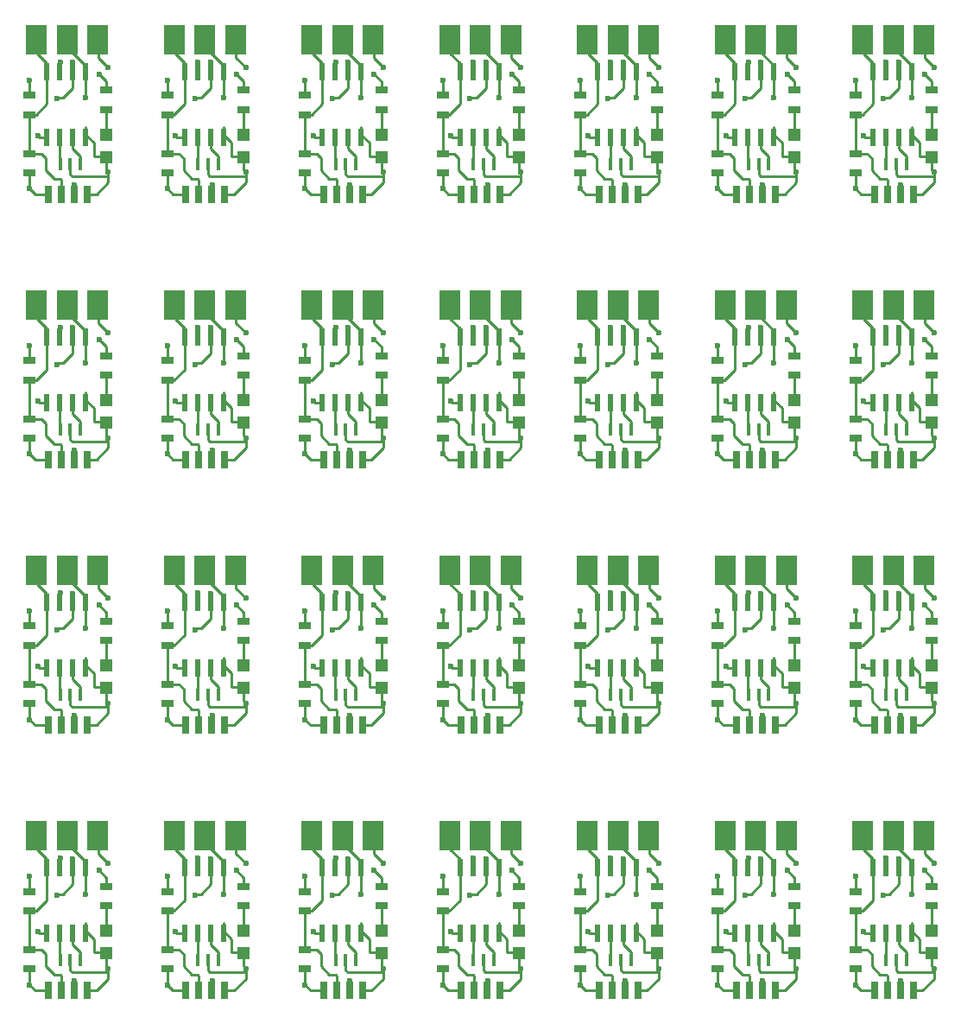
<source format=gtl>
G04 #@! TF.FileFunction,Copper,L1,Top,Signal*
%FSLAX46Y46*%
G04 Gerber Fmt 4.6, Leading zero omitted, Abs format (unit mm)*
G04 Created by KiCad (PCBNEW 4.0.5) date 03/17/17 16:41:39*
%MOMM*%
%LPD*%
G01*
G04 APERTURE LIST*
%ADD10C,0.100000*%
%ADD11R,2.000000X3.000000*%
%ADD12R,0.400000X1.200000*%
%ADD13R,0.800000X1.800000*%
%ADD14R,1.200000X1.200000*%
%ADD15R,1.300000X0.700000*%
%ADD16R,0.600000X1.780000*%
%ADD17C,0.600000*%
%ADD18C,0.250000*%
G04 APERTURE END LIST*
D10*
D11*
X111900000Y-95600000D03*
X114900000Y-95600000D03*
X117900000Y-95600000D03*
X111900000Y-69600000D03*
X114900000Y-69600000D03*
X117900000Y-69600000D03*
D12*
X116200000Y-81800000D03*
X115200000Y-81800000D03*
X114200000Y-81800000D03*
D13*
X116855000Y-84750000D03*
X115585000Y-84750000D03*
X114315000Y-84750000D03*
X113045000Y-84750000D03*
D14*
X118700000Y-78900000D03*
X118700000Y-81100000D03*
D15*
X111200000Y-75050000D03*
X111200000Y-76950000D03*
X118700000Y-74550000D03*
X118700000Y-76450000D03*
X111200000Y-80750000D03*
X111200000Y-82650000D03*
D16*
X112895000Y-72710000D03*
X112895000Y-79140000D03*
X114165000Y-72710000D03*
X114165000Y-79140000D03*
X115435000Y-72710000D03*
X115435000Y-79140000D03*
X116705000Y-72710000D03*
X116705000Y-79140000D03*
X112895000Y-46710000D03*
X112895000Y-53140000D03*
X114165000Y-46710000D03*
X114165000Y-53140000D03*
X115435000Y-46710000D03*
X115435000Y-53140000D03*
X116705000Y-46710000D03*
X116705000Y-53140000D03*
D15*
X111200000Y-54750000D03*
X111200000Y-56650000D03*
X118700000Y-48550000D03*
X118700000Y-50450000D03*
X111200000Y-49050000D03*
X111200000Y-50950000D03*
D14*
X118700000Y-52900000D03*
X118700000Y-55100000D03*
D13*
X116855000Y-58750000D03*
X115585000Y-58750000D03*
X114315000Y-58750000D03*
X113045000Y-58750000D03*
D12*
X116200000Y-55800000D03*
X115200000Y-55800000D03*
X114200000Y-55800000D03*
D11*
X111900000Y-43600000D03*
X114900000Y-43600000D03*
X117900000Y-43600000D03*
X152400000Y-69600000D03*
X155400000Y-69600000D03*
X158400000Y-69600000D03*
D12*
X156700000Y-81800000D03*
X155700000Y-81800000D03*
X154700000Y-81800000D03*
D13*
X157355000Y-84750000D03*
X156085000Y-84750000D03*
X154815000Y-84750000D03*
X153545000Y-84750000D03*
D14*
X159200000Y-78900000D03*
X159200000Y-81100000D03*
D15*
X151700000Y-75050000D03*
X151700000Y-76950000D03*
X159200000Y-74550000D03*
X159200000Y-76450000D03*
X151700000Y-80750000D03*
X151700000Y-82650000D03*
D16*
X153395000Y-72710000D03*
X153395000Y-79140000D03*
X154665000Y-72710000D03*
X154665000Y-79140000D03*
X155935000Y-72710000D03*
X155935000Y-79140000D03*
X157205000Y-72710000D03*
X157205000Y-79140000D03*
X153395000Y-46710000D03*
X153395000Y-53140000D03*
X154665000Y-46710000D03*
X154665000Y-53140000D03*
X155935000Y-46710000D03*
X155935000Y-53140000D03*
X157205000Y-46710000D03*
X157205000Y-53140000D03*
D15*
X151700000Y-54750000D03*
X151700000Y-56650000D03*
X159200000Y-48550000D03*
X159200000Y-50450000D03*
X151700000Y-49050000D03*
X151700000Y-50950000D03*
D14*
X159200000Y-52900000D03*
X159200000Y-55100000D03*
D13*
X157355000Y-58750000D03*
X156085000Y-58750000D03*
X154815000Y-58750000D03*
X153545000Y-58750000D03*
D12*
X156700000Y-55800000D03*
X155700000Y-55800000D03*
X154700000Y-55800000D03*
D11*
X152400000Y-43600000D03*
X155400000Y-43600000D03*
X158400000Y-43600000D03*
X138900000Y-43600000D03*
X141900000Y-43600000D03*
X144900000Y-43600000D03*
D12*
X143200000Y-55800000D03*
X142200000Y-55800000D03*
X141200000Y-55800000D03*
D13*
X143855000Y-58750000D03*
X142585000Y-58750000D03*
X141315000Y-58750000D03*
X140045000Y-58750000D03*
D14*
X145700000Y-52900000D03*
X145700000Y-55100000D03*
D15*
X138200000Y-49050000D03*
X138200000Y-50950000D03*
X145700000Y-48550000D03*
X145700000Y-50450000D03*
X138200000Y-54750000D03*
X138200000Y-56650000D03*
D16*
X139895000Y-46710000D03*
X139895000Y-53140000D03*
X141165000Y-46710000D03*
X141165000Y-53140000D03*
X142435000Y-46710000D03*
X142435000Y-53140000D03*
X143705000Y-46710000D03*
X143705000Y-53140000D03*
X139895000Y-72710000D03*
X139895000Y-79140000D03*
X141165000Y-72710000D03*
X141165000Y-79140000D03*
X142435000Y-72710000D03*
X142435000Y-79140000D03*
X143705000Y-72710000D03*
X143705000Y-79140000D03*
D15*
X138200000Y-80750000D03*
X138200000Y-82650000D03*
X145700000Y-74550000D03*
X145700000Y-76450000D03*
X138200000Y-75050000D03*
X138200000Y-76950000D03*
D14*
X145700000Y-78900000D03*
X145700000Y-81100000D03*
D13*
X143855000Y-84750000D03*
X142585000Y-84750000D03*
X141315000Y-84750000D03*
X140045000Y-84750000D03*
D12*
X143200000Y-81800000D03*
X142200000Y-81800000D03*
X141200000Y-81800000D03*
D11*
X138900000Y-69600000D03*
X141900000Y-69600000D03*
X144900000Y-69600000D03*
X125400000Y-69600000D03*
X128400000Y-69600000D03*
X131400000Y-69600000D03*
D12*
X129700000Y-81800000D03*
X128700000Y-81800000D03*
X127700000Y-81800000D03*
D13*
X130355000Y-84750000D03*
X129085000Y-84750000D03*
X127815000Y-84750000D03*
X126545000Y-84750000D03*
D14*
X132200000Y-78900000D03*
X132200000Y-81100000D03*
D15*
X124700000Y-75050000D03*
X124700000Y-76950000D03*
X132200000Y-74550000D03*
X132200000Y-76450000D03*
X124700000Y-80750000D03*
X124700000Y-82650000D03*
D16*
X126395000Y-72710000D03*
X126395000Y-79140000D03*
X127665000Y-72710000D03*
X127665000Y-79140000D03*
X128935000Y-72710000D03*
X128935000Y-79140000D03*
X130205000Y-72710000D03*
X130205000Y-79140000D03*
X126395000Y-46710000D03*
X126395000Y-53140000D03*
X127665000Y-46710000D03*
X127665000Y-53140000D03*
X128935000Y-46710000D03*
X128935000Y-53140000D03*
X130205000Y-46710000D03*
X130205000Y-53140000D03*
D15*
X124700000Y-54750000D03*
X124700000Y-56650000D03*
X132200000Y-48550000D03*
X132200000Y-50450000D03*
X124700000Y-49050000D03*
X124700000Y-50950000D03*
D14*
X132200000Y-52900000D03*
X132200000Y-55100000D03*
D13*
X130355000Y-58750000D03*
X129085000Y-58750000D03*
X127815000Y-58750000D03*
X126545000Y-58750000D03*
D12*
X129700000Y-55800000D03*
X128700000Y-55800000D03*
X127700000Y-55800000D03*
D11*
X125400000Y-43600000D03*
X128400000Y-43600000D03*
X131400000Y-43600000D03*
X179400000Y-43600000D03*
X182400000Y-43600000D03*
X185400000Y-43600000D03*
D12*
X183700000Y-55800000D03*
X182700000Y-55800000D03*
X181700000Y-55800000D03*
D13*
X184355000Y-58750000D03*
X183085000Y-58750000D03*
X181815000Y-58750000D03*
X180545000Y-58750000D03*
D14*
X186200000Y-52900000D03*
X186200000Y-55100000D03*
D15*
X178700000Y-49050000D03*
X178700000Y-50950000D03*
X186200000Y-48550000D03*
X186200000Y-50450000D03*
X178700000Y-54750000D03*
X178700000Y-56650000D03*
D16*
X180395000Y-46710000D03*
X180395000Y-53140000D03*
X181665000Y-46710000D03*
X181665000Y-53140000D03*
X182935000Y-46710000D03*
X182935000Y-53140000D03*
X184205000Y-46710000D03*
X184205000Y-53140000D03*
X180395000Y-72710000D03*
X180395000Y-79140000D03*
X181665000Y-72710000D03*
X181665000Y-79140000D03*
X182935000Y-72710000D03*
X182935000Y-79140000D03*
X184205000Y-72710000D03*
X184205000Y-79140000D03*
D15*
X178700000Y-80750000D03*
X178700000Y-82650000D03*
X186200000Y-74550000D03*
X186200000Y-76450000D03*
X178700000Y-75050000D03*
X178700000Y-76950000D03*
D14*
X186200000Y-78900000D03*
X186200000Y-81100000D03*
D13*
X184355000Y-84750000D03*
X183085000Y-84750000D03*
X181815000Y-84750000D03*
X180545000Y-84750000D03*
D12*
X183700000Y-81800000D03*
X182700000Y-81800000D03*
X181700000Y-81800000D03*
D11*
X179400000Y-69600000D03*
X182400000Y-69600000D03*
X185400000Y-69600000D03*
X192900000Y-69600000D03*
X195900000Y-69600000D03*
X198900000Y-69600000D03*
D12*
X197200000Y-81800000D03*
X196200000Y-81800000D03*
X195200000Y-81800000D03*
D13*
X197855000Y-84750000D03*
X196585000Y-84750000D03*
X195315000Y-84750000D03*
X194045000Y-84750000D03*
D14*
X199700000Y-78900000D03*
X199700000Y-81100000D03*
D15*
X192200000Y-75050000D03*
X192200000Y-76950000D03*
X199700000Y-74550000D03*
X199700000Y-76450000D03*
X192200000Y-80750000D03*
X192200000Y-82650000D03*
D16*
X193895000Y-72710000D03*
X193895000Y-79140000D03*
X195165000Y-72710000D03*
X195165000Y-79140000D03*
X196435000Y-72710000D03*
X196435000Y-79140000D03*
X197705000Y-72710000D03*
X197705000Y-79140000D03*
X193895000Y-46710000D03*
X193895000Y-53140000D03*
X195165000Y-46710000D03*
X195165000Y-53140000D03*
X196435000Y-46710000D03*
X196435000Y-53140000D03*
X197705000Y-46710000D03*
X197705000Y-53140000D03*
D15*
X192200000Y-54750000D03*
X192200000Y-56650000D03*
X199700000Y-48550000D03*
X199700000Y-50450000D03*
X192200000Y-49050000D03*
X192200000Y-50950000D03*
D14*
X199700000Y-52900000D03*
X199700000Y-55100000D03*
D13*
X197855000Y-58750000D03*
X196585000Y-58750000D03*
X195315000Y-58750000D03*
X194045000Y-58750000D03*
D12*
X197200000Y-55800000D03*
X196200000Y-55800000D03*
X195200000Y-55800000D03*
D11*
X192900000Y-43600000D03*
X195900000Y-43600000D03*
X198900000Y-43600000D03*
X165900000Y-43600000D03*
X168900000Y-43600000D03*
X171900000Y-43600000D03*
D12*
X170200000Y-55800000D03*
X169200000Y-55800000D03*
X168200000Y-55800000D03*
D13*
X170855000Y-58750000D03*
X169585000Y-58750000D03*
X168315000Y-58750000D03*
X167045000Y-58750000D03*
D14*
X172700000Y-52900000D03*
X172700000Y-55100000D03*
D15*
X165200000Y-49050000D03*
X165200000Y-50950000D03*
X172700000Y-48550000D03*
X172700000Y-50450000D03*
X165200000Y-54750000D03*
X165200000Y-56650000D03*
D16*
X166895000Y-46710000D03*
X166895000Y-53140000D03*
X168165000Y-46710000D03*
X168165000Y-53140000D03*
X169435000Y-46710000D03*
X169435000Y-53140000D03*
X170705000Y-46710000D03*
X170705000Y-53140000D03*
X166895000Y-72710000D03*
X166895000Y-79140000D03*
X168165000Y-72710000D03*
X168165000Y-79140000D03*
X169435000Y-72710000D03*
X169435000Y-79140000D03*
X170705000Y-72710000D03*
X170705000Y-79140000D03*
D15*
X165200000Y-80750000D03*
X165200000Y-82650000D03*
X172700000Y-74550000D03*
X172700000Y-76450000D03*
X165200000Y-75050000D03*
X165200000Y-76950000D03*
D14*
X172700000Y-78900000D03*
X172700000Y-81100000D03*
D13*
X170855000Y-84750000D03*
X169585000Y-84750000D03*
X168315000Y-84750000D03*
X167045000Y-84750000D03*
D12*
X170200000Y-81800000D03*
X169200000Y-81800000D03*
X168200000Y-81800000D03*
D11*
X165900000Y-69600000D03*
X168900000Y-69600000D03*
X171900000Y-69600000D03*
X165900000Y-121600000D03*
X168900000Y-121600000D03*
X171900000Y-121600000D03*
D12*
X170200000Y-133800000D03*
X169200000Y-133800000D03*
X168200000Y-133800000D03*
D13*
X170855000Y-136750000D03*
X169585000Y-136750000D03*
X168315000Y-136750000D03*
X167045000Y-136750000D03*
D14*
X172700000Y-130900000D03*
X172700000Y-133100000D03*
D15*
X165200000Y-127050000D03*
X165200000Y-128950000D03*
X172700000Y-126550000D03*
X172700000Y-128450000D03*
X165200000Y-132750000D03*
X165200000Y-134650000D03*
D16*
X166895000Y-124710000D03*
X166895000Y-131140000D03*
X168165000Y-124710000D03*
X168165000Y-131140000D03*
X169435000Y-124710000D03*
X169435000Y-131140000D03*
X170705000Y-124710000D03*
X170705000Y-131140000D03*
X166895000Y-98710000D03*
X166895000Y-105140000D03*
X168165000Y-98710000D03*
X168165000Y-105140000D03*
X169435000Y-98710000D03*
X169435000Y-105140000D03*
X170705000Y-98710000D03*
X170705000Y-105140000D03*
D15*
X165200000Y-106750000D03*
X165200000Y-108650000D03*
X172700000Y-100550000D03*
X172700000Y-102450000D03*
X165200000Y-101050000D03*
X165200000Y-102950000D03*
D14*
X172700000Y-104900000D03*
X172700000Y-107100000D03*
D13*
X170855000Y-110750000D03*
X169585000Y-110750000D03*
X168315000Y-110750000D03*
X167045000Y-110750000D03*
D12*
X170200000Y-107800000D03*
X169200000Y-107800000D03*
X168200000Y-107800000D03*
D11*
X165900000Y-95600000D03*
X168900000Y-95600000D03*
X171900000Y-95600000D03*
X192900000Y-95600000D03*
X195900000Y-95600000D03*
X198900000Y-95600000D03*
D12*
X197200000Y-107800000D03*
X196200000Y-107800000D03*
X195200000Y-107800000D03*
D13*
X197855000Y-110750000D03*
X196585000Y-110750000D03*
X195315000Y-110750000D03*
X194045000Y-110750000D03*
D14*
X199700000Y-104900000D03*
X199700000Y-107100000D03*
D15*
X192200000Y-101050000D03*
X192200000Y-102950000D03*
X199700000Y-100550000D03*
X199700000Y-102450000D03*
X192200000Y-106750000D03*
X192200000Y-108650000D03*
D16*
X193895000Y-98710000D03*
X193895000Y-105140000D03*
X195165000Y-98710000D03*
X195165000Y-105140000D03*
X196435000Y-98710000D03*
X196435000Y-105140000D03*
X197705000Y-98710000D03*
X197705000Y-105140000D03*
X193895000Y-124710000D03*
X193895000Y-131140000D03*
X195165000Y-124710000D03*
X195165000Y-131140000D03*
X196435000Y-124710000D03*
X196435000Y-131140000D03*
X197705000Y-124710000D03*
X197705000Y-131140000D03*
D15*
X192200000Y-132750000D03*
X192200000Y-134650000D03*
X199700000Y-126550000D03*
X199700000Y-128450000D03*
X192200000Y-127050000D03*
X192200000Y-128950000D03*
D14*
X199700000Y-130900000D03*
X199700000Y-133100000D03*
D13*
X197855000Y-136750000D03*
X196585000Y-136750000D03*
X195315000Y-136750000D03*
X194045000Y-136750000D03*
D12*
X197200000Y-133800000D03*
X196200000Y-133800000D03*
X195200000Y-133800000D03*
D11*
X192900000Y-121600000D03*
X195900000Y-121600000D03*
X198900000Y-121600000D03*
X179400000Y-121600000D03*
X182400000Y-121600000D03*
X185400000Y-121600000D03*
D12*
X183700000Y-133800000D03*
X182700000Y-133800000D03*
X181700000Y-133800000D03*
D13*
X184355000Y-136750000D03*
X183085000Y-136750000D03*
X181815000Y-136750000D03*
X180545000Y-136750000D03*
D14*
X186200000Y-130900000D03*
X186200000Y-133100000D03*
D15*
X178700000Y-127050000D03*
X178700000Y-128950000D03*
X186200000Y-126550000D03*
X186200000Y-128450000D03*
X178700000Y-132750000D03*
X178700000Y-134650000D03*
D16*
X180395000Y-124710000D03*
X180395000Y-131140000D03*
X181665000Y-124710000D03*
X181665000Y-131140000D03*
X182935000Y-124710000D03*
X182935000Y-131140000D03*
X184205000Y-124710000D03*
X184205000Y-131140000D03*
X180395000Y-98710000D03*
X180395000Y-105140000D03*
X181665000Y-98710000D03*
X181665000Y-105140000D03*
X182935000Y-98710000D03*
X182935000Y-105140000D03*
X184205000Y-98710000D03*
X184205000Y-105140000D03*
D15*
X178700000Y-106750000D03*
X178700000Y-108650000D03*
X186200000Y-100550000D03*
X186200000Y-102450000D03*
X178700000Y-101050000D03*
X178700000Y-102950000D03*
D14*
X186200000Y-104900000D03*
X186200000Y-107100000D03*
D13*
X184355000Y-110750000D03*
X183085000Y-110750000D03*
X181815000Y-110750000D03*
X180545000Y-110750000D03*
D12*
X183700000Y-107800000D03*
X182700000Y-107800000D03*
X181700000Y-107800000D03*
D11*
X179400000Y-95600000D03*
X182400000Y-95600000D03*
X185400000Y-95600000D03*
X125400000Y-95600000D03*
X128400000Y-95600000D03*
X131400000Y-95600000D03*
D12*
X129700000Y-107800000D03*
X128700000Y-107800000D03*
X127700000Y-107800000D03*
D13*
X130355000Y-110750000D03*
X129085000Y-110750000D03*
X127815000Y-110750000D03*
X126545000Y-110750000D03*
D14*
X132200000Y-104900000D03*
X132200000Y-107100000D03*
D15*
X124700000Y-101050000D03*
X124700000Y-102950000D03*
X132200000Y-100550000D03*
X132200000Y-102450000D03*
X124700000Y-106750000D03*
X124700000Y-108650000D03*
D16*
X126395000Y-98710000D03*
X126395000Y-105140000D03*
X127665000Y-98710000D03*
X127665000Y-105140000D03*
X128935000Y-98710000D03*
X128935000Y-105140000D03*
X130205000Y-98710000D03*
X130205000Y-105140000D03*
X126395000Y-124710000D03*
X126395000Y-131140000D03*
X127665000Y-124710000D03*
X127665000Y-131140000D03*
X128935000Y-124710000D03*
X128935000Y-131140000D03*
X130205000Y-124710000D03*
X130205000Y-131140000D03*
D15*
X124700000Y-132750000D03*
X124700000Y-134650000D03*
X132200000Y-126550000D03*
X132200000Y-128450000D03*
X124700000Y-127050000D03*
X124700000Y-128950000D03*
D14*
X132200000Y-130900000D03*
X132200000Y-133100000D03*
D13*
X130355000Y-136750000D03*
X129085000Y-136750000D03*
X127815000Y-136750000D03*
X126545000Y-136750000D03*
D12*
X129700000Y-133800000D03*
X128700000Y-133800000D03*
X127700000Y-133800000D03*
D11*
X125400000Y-121600000D03*
X128400000Y-121600000D03*
X131400000Y-121600000D03*
X138900000Y-121600000D03*
X141900000Y-121600000D03*
X144900000Y-121600000D03*
D12*
X143200000Y-133800000D03*
X142200000Y-133800000D03*
X141200000Y-133800000D03*
D13*
X143855000Y-136750000D03*
X142585000Y-136750000D03*
X141315000Y-136750000D03*
X140045000Y-136750000D03*
D14*
X145700000Y-130900000D03*
X145700000Y-133100000D03*
D15*
X138200000Y-127050000D03*
X138200000Y-128950000D03*
X145700000Y-126550000D03*
X145700000Y-128450000D03*
X138200000Y-132750000D03*
X138200000Y-134650000D03*
D16*
X139895000Y-124710000D03*
X139895000Y-131140000D03*
X141165000Y-124710000D03*
X141165000Y-131140000D03*
X142435000Y-124710000D03*
X142435000Y-131140000D03*
X143705000Y-124710000D03*
X143705000Y-131140000D03*
X139895000Y-98710000D03*
X139895000Y-105140000D03*
X141165000Y-98710000D03*
X141165000Y-105140000D03*
X142435000Y-98710000D03*
X142435000Y-105140000D03*
X143705000Y-98710000D03*
X143705000Y-105140000D03*
D15*
X138200000Y-106750000D03*
X138200000Y-108650000D03*
X145700000Y-100550000D03*
X145700000Y-102450000D03*
X138200000Y-101050000D03*
X138200000Y-102950000D03*
D14*
X145700000Y-104900000D03*
X145700000Y-107100000D03*
D13*
X143855000Y-110750000D03*
X142585000Y-110750000D03*
X141315000Y-110750000D03*
X140045000Y-110750000D03*
D12*
X143200000Y-107800000D03*
X142200000Y-107800000D03*
X141200000Y-107800000D03*
D11*
X138900000Y-95600000D03*
X141900000Y-95600000D03*
X144900000Y-95600000D03*
X152400000Y-95600000D03*
X155400000Y-95600000D03*
X158400000Y-95600000D03*
D12*
X156700000Y-107800000D03*
X155700000Y-107800000D03*
X154700000Y-107800000D03*
D13*
X157355000Y-110750000D03*
X156085000Y-110750000D03*
X154815000Y-110750000D03*
X153545000Y-110750000D03*
D14*
X159200000Y-104900000D03*
X159200000Y-107100000D03*
D15*
X151700000Y-101050000D03*
X151700000Y-102950000D03*
X159200000Y-100550000D03*
X159200000Y-102450000D03*
X151700000Y-106750000D03*
X151700000Y-108650000D03*
D16*
X153395000Y-98710000D03*
X153395000Y-105140000D03*
X154665000Y-98710000D03*
X154665000Y-105140000D03*
X155935000Y-98710000D03*
X155935000Y-105140000D03*
X157205000Y-98710000D03*
X157205000Y-105140000D03*
X153395000Y-124710000D03*
X153395000Y-131140000D03*
X154665000Y-124710000D03*
X154665000Y-131140000D03*
X155935000Y-124710000D03*
X155935000Y-131140000D03*
X157205000Y-124710000D03*
X157205000Y-131140000D03*
D15*
X151700000Y-132750000D03*
X151700000Y-134650000D03*
X159200000Y-126550000D03*
X159200000Y-128450000D03*
X151700000Y-127050000D03*
X151700000Y-128950000D03*
D14*
X159200000Y-130900000D03*
X159200000Y-133100000D03*
D13*
X157355000Y-136750000D03*
X156085000Y-136750000D03*
X154815000Y-136750000D03*
X153545000Y-136750000D03*
D12*
X156700000Y-133800000D03*
X155700000Y-133800000D03*
X154700000Y-133800000D03*
D11*
X152400000Y-121600000D03*
X155400000Y-121600000D03*
X158400000Y-121600000D03*
D12*
X116200000Y-107800000D03*
X115200000Y-107800000D03*
X114200000Y-107800000D03*
D13*
X116855000Y-110750000D03*
X115585000Y-110750000D03*
X114315000Y-110750000D03*
X113045000Y-110750000D03*
D14*
X118700000Y-104900000D03*
X118700000Y-107100000D03*
D15*
X111200000Y-101050000D03*
X111200000Y-102950000D03*
X118700000Y-100550000D03*
X118700000Y-102450000D03*
X111200000Y-106750000D03*
X111200000Y-108650000D03*
D16*
X112895000Y-98710000D03*
X112895000Y-105140000D03*
X114165000Y-98710000D03*
X114165000Y-105140000D03*
X115435000Y-98710000D03*
X115435000Y-105140000D03*
X116705000Y-98710000D03*
X116705000Y-105140000D03*
X112895000Y-124710000D03*
X112895000Y-131140000D03*
X114165000Y-124710000D03*
X114165000Y-131140000D03*
X115435000Y-124710000D03*
X115435000Y-131140000D03*
X116705000Y-124710000D03*
X116705000Y-131140000D03*
D15*
X111200000Y-132750000D03*
X111200000Y-134650000D03*
X118700000Y-126550000D03*
X118700000Y-128450000D03*
X111200000Y-127050000D03*
X111200000Y-128950000D03*
D14*
X118700000Y-130900000D03*
X118700000Y-133100000D03*
D13*
X116855000Y-136750000D03*
X115585000Y-136750000D03*
X114315000Y-136750000D03*
X113045000Y-136750000D03*
D12*
X116200000Y-133800000D03*
X115200000Y-133800000D03*
X114200000Y-133800000D03*
D11*
X111900000Y-121600000D03*
X114900000Y-121600000D03*
X117900000Y-121600000D03*
D17*
X118900000Y-72300000D03*
X118900000Y-82600000D03*
X111200000Y-84200000D03*
X111200000Y-58200000D03*
X118900000Y-56600000D03*
X118900000Y-46300000D03*
X159400000Y-72300000D03*
X159400000Y-82600000D03*
X151700000Y-84200000D03*
X151700000Y-58200000D03*
X159400000Y-56600000D03*
X159400000Y-46300000D03*
X145900000Y-46300000D03*
X145900000Y-56600000D03*
X138200000Y-58200000D03*
X138200000Y-84200000D03*
X145900000Y-82600000D03*
X145900000Y-72300000D03*
X132400000Y-72300000D03*
X132400000Y-82600000D03*
X124700000Y-84200000D03*
X124700000Y-58200000D03*
X132400000Y-56600000D03*
X132400000Y-46300000D03*
X186400000Y-46300000D03*
X186400000Y-56600000D03*
X178700000Y-58200000D03*
X178700000Y-84200000D03*
X186400000Y-82600000D03*
X186400000Y-72300000D03*
X199900000Y-72300000D03*
X199900000Y-82600000D03*
X192200000Y-84200000D03*
X192200000Y-58200000D03*
X199900000Y-56600000D03*
X199900000Y-46300000D03*
X172900000Y-46300000D03*
X172900000Y-56600000D03*
X165200000Y-58200000D03*
X165200000Y-84200000D03*
X172900000Y-82600000D03*
X172900000Y-72300000D03*
X172900000Y-124300000D03*
X172900000Y-134600000D03*
X165200000Y-136200000D03*
X165200000Y-110200000D03*
X172900000Y-108600000D03*
X172900000Y-98300000D03*
X199900000Y-98300000D03*
X199900000Y-108600000D03*
X192200000Y-110200000D03*
X192200000Y-136200000D03*
X199900000Y-134600000D03*
X199900000Y-124300000D03*
X186400000Y-124300000D03*
X186400000Y-134600000D03*
X178700000Y-136200000D03*
X178700000Y-110200000D03*
X186400000Y-108600000D03*
X186400000Y-98300000D03*
X132400000Y-98300000D03*
X132400000Y-108600000D03*
X124700000Y-110200000D03*
X124700000Y-136200000D03*
X132400000Y-134600000D03*
X132400000Y-124300000D03*
X145900000Y-124300000D03*
X145900000Y-134600000D03*
X138200000Y-136200000D03*
X138200000Y-110200000D03*
X145900000Y-108600000D03*
X145900000Y-98300000D03*
X159400000Y-98300000D03*
X159400000Y-108600000D03*
X151700000Y-110200000D03*
X151700000Y-136200000D03*
X159400000Y-134600000D03*
X159400000Y-124300000D03*
X118900000Y-98300000D03*
X118900000Y-108600000D03*
X111200000Y-110200000D03*
X111200000Y-136200000D03*
X118900000Y-134600000D03*
X118900000Y-124300000D03*
X113900000Y-75400000D03*
X115435000Y-71835000D03*
X115435000Y-45835000D03*
X113900000Y-49400000D03*
X154400000Y-75400000D03*
X155935000Y-71835000D03*
X155935000Y-45835000D03*
X154400000Y-49400000D03*
X140900000Y-49400000D03*
X142435000Y-45835000D03*
X142435000Y-71835000D03*
X140900000Y-75400000D03*
X127400000Y-75400000D03*
X128935000Y-71835000D03*
X128935000Y-45835000D03*
X127400000Y-49400000D03*
X181400000Y-49400000D03*
X182935000Y-45835000D03*
X182935000Y-71835000D03*
X181400000Y-75400000D03*
X194900000Y-75400000D03*
X196435000Y-71835000D03*
X196435000Y-45835000D03*
X194900000Y-49400000D03*
X167900000Y-49400000D03*
X169435000Y-45835000D03*
X169435000Y-71835000D03*
X167900000Y-75400000D03*
X167900000Y-127400000D03*
X169435000Y-123835000D03*
X169435000Y-97835000D03*
X167900000Y-101400000D03*
X194900000Y-101400000D03*
X196435000Y-97835000D03*
X196435000Y-123835000D03*
X194900000Y-127400000D03*
X181400000Y-127400000D03*
X182935000Y-123835000D03*
X182935000Y-97835000D03*
X181400000Y-101400000D03*
X127400000Y-101400000D03*
X128935000Y-97835000D03*
X128935000Y-123835000D03*
X127400000Y-127400000D03*
X140900000Y-127400000D03*
X142435000Y-123835000D03*
X142435000Y-97835000D03*
X140900000Y-101400000D03*
X154400000Y-101400000D03*
X155935000Y-97835000D03*
X155935000Y-123835000D03*
X154400000Y-127400000D03*
X113900000Y-101400000D03*
X115435000Y-97835000D03*
X115435000Y-123835000D03*
X113900000Y-127400000D03*
X114200000Y-71800000D03*
X118000000Y-73000000D03*
X118000000Y-47000000D03*
X114200000Y-45800000D03*
X154700000Y-71800000D03*
X158500000Y-73000000D03*
X158500000Y-47000000D03*
X154700000Y-45800000D03*
X141200000Y-45800000D03*
X145000000Y-47000000D03*
X145000000Y-73000000D03*
X141200000Y-71800000D03*
X127700000Y-71800000D03*
X131500000Y-73000000D03*
X131500000Y-47000000D03*
X127700000Y-45800000D03*
X181700000Y-45800000D03*
X185500000Y-47000000D03*
X185500000Y-73000000D03*
X181700000Y-71800000D03*
X195200000Y-71800000D03*
X199000000Y-73000000D03*
X199000000Y-47000000D03*
X195200000Y-45800000D03*
X168200000Y-45800000D03*
X172000000Y-47000000D03*
X172000000Y-73000000D03*
X168200000Y-71800000D03*
X168200000Y-123800000D03*
X172000000Y-125000000D03*
X172000000Y-99000000D03*
X168200000Y-97800000D03*
X195200000Y-97800000D03*
X199000000Y-99000000D03*
X199000000Y-125000000D03*
X195200000Y-123800000D03*
X181700000Y-123800000D03*
X185500000Y-125000000D03*
X185500000Y-99000000D03*
X181700000Y-97800000D03*
X127700000Y-97800000D03*
X131500000Y-99000000D03*
X131500000Y-125000000D03*
X127700000Y-123800000D03*
X141200000Y-123800000D03*
X145000000Y-125000000D03*
X145000000Y-99000000D03*
X141200000Y-97800000D03*
X154700000Y-97800000D03*
X158500000Y-99000000D03*
X158500000Y-125000000D03*
X154700000Y-123800000D03*
X114200000Y-97800000D03*
X118000000Y-99000000D03*
X118000000Y-125000000D03*
X114200000Y-123800000D03*
X111200000Y-73600000D03*
X112000000Y-79000000D03*
X112000000Y-53000000D03*
X111200000Y-47600000D03*
X151700000Y-73600000D03*
X152500000Y-79000000D03*
X152500000Y-53000000D03*
X151700000Y-47600000D03*
X138200000Y-47600000D03*
X139000000Y-53000000D03*
X139000000Y-79000000D03*
X138200000Y-73600000D03*
X124700000Y-73600000D03*
X125500000Y-79000000D03*
X125500000Y-53000000D03*
X124700000Y-47600000D03*
X178700000Y-47600000D03*
X179500000Y-53000000D03*
X179500000Y-79000000D03*
X178700000Y-73600000D03*
X192200000Y-73600000D03*
X193000000Y-79000000D03*
X193000000Y-53000000D03*
X192200000Y-47600000D03*
X165200000Y-47600000D03*
X166000000Y-53000000D03*
X166000000Y-79000000D03*
X165200000Y-73600000D03*
X165200000Y-125600000D03*
X166000000Y-131000000D03*
X166000000Y-105000000D03*
X165200000Y-99600000D03*
X192200000Y-99600000D03*
X193000000Y-105000000D03*
X193000000Y-131000000D03*
X192200000Y-125600000D03*
X178700000Y-125600000D03*
X179500000Y-131000000D03*
X179500000Y-105000000D03*
X178700000Y-99600000D03*
X124700000Y-99600000D03*
X125500000Y-105000000D03*
X125500000Y-131000000D03*
X124700000Y-125600000D03*
X138200000Y-125600000D03*
X139000000Y-131000000D03*
X139000000Y-105000000D03*
X138200000Y-99600000D03*
X151700000Y-99600000D03*
X152500000Y-105000000D03*
X152500000Y-131000000D03*
X151700000Y-125600000D03*
X111200000Y-99600000D03*
X112000000Y-105000000D03*
X112000000Y-131000000D03*
X111200000Y-125600000D03*
X116700000Y-75300000D03*
X116700000Y-49300000D03*
X157200000Y-75300000D03*
X157200000Y-49300000D03*
X143700000Y-49300000D03*
X143700000Y-75300000D03*
X130200000Y-75300000D03*
X130200000Y-49300000D03*
X184200000Y-49300000D03*
X184200000Y-75300000D03*
X197700000Y-75300000D03*
X197700000Y-49300000D03*
X170700000Y-49300000D03*
X170700000Y-75300000D03*
X170700000Y-127300000D03*
X170700000Y-101300000D03*
X197700000Y-101300000D03*
X197700000Y-127300000D03*
X184200000Y-127300000D03*
X184200000Y-101300000D03*
X130200000Y-101300000D03*
X130200000Y-127300000D03*
X143700000Y-127300000D03*
X143700000Y-101300000D03*
X157200000Y-101300000D03*
X157200000Y-127300000D03*
X116700000Y-101300000D03*
X116700000Y-127300000D03*
X115600000Y-83800000D03*
X115600000Y-57800000D03*
X156100000Y-83800000D03*
X156100000Y-57800000D03*
X142600000Y-57800000D03*
X142600000Y-83800000D03*
X129100000Y-83800000D03*
X129100000Y-57800000D03*
X183100000Y-57800000D03*
X183100000Y-83800000D03*
X196600000Y-83800000D03*
X196600000Y-57800000D03*
X169600000Y-57800000D03*
X169600000Y-83800000D03*
X169600000Y-135800000D03*
X169600000Y-109800000D03*
X196600000Y-109800000D03*
X196600000Y-135800000D03*
X183100000Y-135800000D03*
X183100000Y-109800000D03*
X129100000Y-109800000D03*
X129100000Y-135800000D03*
X142600000Y-135800000D03*
X142600000Y-109800000D03*
X156100000Y-109800000D03*
X156100000Y-135800000D03*
X115600000Y-109800000D03*
X115600000Y-135800000D03*
D18*
X112895000Y-71895000D02*
X112895000Y-73460000D01*
X111950000Y-70950000D02*
X112895000Y-71895000D01*
X111950000Y-69500000D02*
X111950000Y-70950000D01*
X111850000Y-76950000D02*
X111200000Y-76950000D01*
X112895000Y-75905000D02*
X111850000Y-76950000D01*
X112895000Y-73460000D02*
X112895000Y-75905000D01*
X111200000Y-76950000D02*
X111200000Y-80750000D01*
X112350000Y-80750000D02*
X112800000Y-81200000D01*
X112800000Y-81200000D02*
X112800000Y-82400000D01*
X112800000Y-82400000D02*
X113600000Y-83200000D01*
X113600000Y-83200000D02*
X114200000Y-83200000D01*
X114200000Y-83200000D02*
X114315000Y-83315000D01*
X114315000Y-83315000D02*
X114315000Y-84750000D01*
X111200000Y-80750000D02*
X112350000Y-80750000D01*
X111200000Y-54750000D02*
X112350000Y-54750000D01*
X114315000Y-57315000D02*
X114315000Y-58750000D01*
X114200000Y-57200000D02*
X114315000Y-57315000D01*
X113600000Y-57200000D02*
X114200000Y-57200000D01*
X112800000Y-56400000D02*
X113600000Y-57200000D01*
X112800000Y-55200000D02*
X112800000Y-56400000D01*
X112350000Y-54750000D02*
X112800000Y-55200000D01*
X111200000Y-50950000D02*
X111200000Y-54750000D01*
X112895000Y-47460000D02*
X112895000Y-49905000D01*
X112895000Y-49905000D02*
X111850000Y-50950000D01*
X111850000Y-50950000D02*
X111200000Y-50950000D01*
X111950000Y-43500000D02*
X111950000Y-44950000D01*
X111950000Y-44950000D02*
X112895000Y-45895000D01*
X112895000Y-45895000D02*
X112895000Y-47460000D01*
X153395000Y-71895000D02*
X153395000Y-73460000D01*
X152450000Y-70950000D02*
X153395000Y-71895000D01*
X152450000Y-69500000D02*
X152450000Y-70950000D01*
X152350000Y-76950000D02*
X151700000Y-76950000D01*
X153395000Y-75905000D02*
X152350000Y-76950000D01*
X153395000Y-73460000D02*
X153395000Y-75905000D01*
X151700000Y-76950000D02*
X151700000Y-80750000D01*
X152850000Y-80750000D02*
X153300000Y-81200000D01*
X153300000Y-81200000D02*
X153300000Y-82400000D01*
X153300000Y-82400000D02*
X154100000Y-83200000D01*
X154100000Y-83200000D02*
X154700000Y-83200000D01*
X154700000Y-83200000D02*
X154815000Y-83315000D01*
X154815000Y-83315000D02*
X154815000Y-84750000D01*
X151700000Y-80750000D02*
X152850000Y-80750000D01*
X151700000Y-54750000D02*
X152850000Y-54750000D01*
X154815000Y-57315000D02*
X154815000Y-58750000D01*
X154700000Y-57200000D02*
X154815000Y-57315000D01*
X154100000Y-57200000D02*
X154700000Y-57200000D01*
X153300000Y-56400000D02*
X154100000Y-57200000D01*
X153300000Y-55200000D02*
X153300000Y-56400000D01*
X152850000Y-54750000D02*
X153300000Y-55200000D01*
X151700000Y-50950000D02*
X151700000Y-54750000D01*
X153395000Y-47460000D02*
X153395000Y-49905000D01*
X153395000Y-49905000D02*
X152350000Y-50950000D01*
X152350000Y-50950000D02*
X151700000Y-50950000D01*
X152450000Y-43500000D02*
X152450000Y-44950000D01*
X152450000Y-44950000D02*
X153395000Y-45895000D01*
X153395000Y-45895000D02*
X153395000Y-47460000D01*
X139895000Y-45895000D02*
X139895000Y-47460000D01*
X138950000Y-44950000D02*
X139895000Y-45895000D01*
X138950000Y-43500000D02*
X138950000Y-44950000D01*
X138850000Y-50950000D02*
X138200000Y-50950000D01*
X139895000Y-49905000D02*
X138850000Y-50950000D01*
X139895000Y-47460000D02*
X139895000Y-49905000D01*
X138200000Y-50950000D02*
X138200000Y-54750000D01*
X139350000Y-54750000D02*
X139800000Y-55200000D01*
X139800000Y-55200000D02*
X139800000Y-56400000D01*
X139800000Y-56400000D02*
X140600000Y-57200000D01*
X140600000Y-57200000D02*
X141200000Y-57200000D01*
X141200000Y-57200000D02*
X141315000Y-57315000D01*
X141315000Y-57315000D02*
X141315000Y-58750000D01*
X138200000Y-54750000D02*
X139350000Y-54750000D01*
X138200000Y-80750000D02*
X139350000Y-80750000D01*
X141315000Y-83315000D02*
X141315000Y-84750000D01*
X141200000Y-83200000D02*
X141315000Y-83315000D01*
X140600000Y-83200000D02*
X141200000Y-83200000D01*
X139800000Y-82400000D02*
X140600000Y-83200000D01*
X139800000Y-81200000D02*
X139800000Y-82400000D01*
X139350000Y-80750000D02*
X139800000Y-81200000D01*
X138200000Y-76950000D02*
X138200000Y-80750000D01*
X139895000Y-73460000D02*
X139895000Y-75905000D01*
X139895000Y-75905000D02*
X138850000Y-76950000D01*
X138850000Y-76950000D02*
X138200000Y-76950000D01*
X138950000Y-69500000D02*
X138950000Y-70950000D01*
X138950000Y-70950000D02*
X139895000Y-71895000D01*
X139895000Y-71895000D02*
X139895000Y-73460000D01*
X126395000Y-71895000D02*
X126395000Y-73460000D01*
X125450000Y-70950000D02*
X126395000Y-71895000D01*
X125450000Y-69500000D02*
X125450000Y-70950000D01*
X125350000Y-76950000D02*
X124700000Y-76950000D01*
X126395000Y-75905000D02*
X125350000Y-76950000D01*
X126395000Y-73460000D02*
X126395000Y-75905000D01*
X124700000Y-76950000D02*
X124700000Y-80750000D01*
X125850000Y-80750000D02*
X126300000Y-81200000D01*
X126300000Y-81200000D02*
X126300000Y-82400000D01*
X126300000Y-82400000D02*
X127100000Y-83200000D01*
X127100000Y-83200000D02*
X127700000Y-83200000D01*
X127700000Y-83200000D02*
X127815000Y-83315000D01*
X127815000Y-83315000D02*
X127815000Y-84750000D01*
X124700000Y-80750000D02*
X125850000Y-80750000D01*
X124700000Y-54750000D02*
X125850000Y-54750000D01*
X127815000Y-57315000D02*
X127815000Y-58750000D01*
X127700000Y-57200000D02*
X127815000Y-57315000D01*
X127100000Y-57200000D02*
X127700000Y-57200000D01*
X126300000Y-56400000D02*
X127100000Y-57200000D01*
X126300000Y-55200000D02*
X126300000Y-56400000D01*
X125850000Y-54750000D02*
X126300000Y-55200000D01*
X124700000Y-50950000D02*
X124700000Y-54750000D01*
X126395000Y-47460000D02*
X126395000Y-49905000D01*
X126395000Y-49905000D02*
X125350000Y-50950000D01*
X125350000Y-50950000D02*
X124700000Y-50950000D01*
X125450000Y-43500000D02*
X125450000Y-44950000D01*
X125450000Y-44950000D02*
X126395000Y-45895000D01*
X126395000Y-45895000D02*
X126395000Y-47460000D01*
X180395000Y-45895000D02*
X180395000Y-47460000D01*
X179450000Y-44950000D02*
X180395000Y-45895000D01*
X179450000Y-43500000D02*
X179450000Y-44950000D01*
X179350000Y-50950000D02*
X178700000Y-50950000D01*
X180395000Y-49905000D02*
X179350000Y-50950000D01*
X180395000Y-47460000D02*
X180395000Y-49905000D01*
X178700000Y-50950000D02*
X178700000Y-54750000D01*
X179850000Y-54750000D02*
X180300000Y-55200000D01*
X180300000Y-55200000D02*
X180300000Y-56400000D01*
X180300000Y-56400000D02*
X181100000Y-57200000D01*
X181100000Y-57200000D02*
X181700000Y-57200000D01*
X181700000Y-57200000D02*
X181815000Y-57315000D01*
X181815000Y-57315000D02*
X181815000Y-58750000D01*
X178700000Y-54750000D02*
X179850000Y-54750000D01*
X178700000Y-80750000D02*
X179850000Y-80750000D01*
X181815000Y-83315000D02*
X181815000Y-84750000D01*
X181700000Y-83200000D02*
X181815000Y-83315000D01*
X181100000Y-83200000D02*
X181700000Y-83200000D01*
X180300000Y-82400000D02*
X181100000Y-83200000D01*
X180300000Y-81200000D02*
X180300000Y-82400000D01*
X179850000Y-80750000D02*
X180300000Y-81200000D01*
X178700000Y-76950000D02*
X178700000Y-80750000D01*
X180395000Y-73460000D02*
X180395000Y-75905000D01*
X180395000Y-75905000D02*
X179350000Y-76950000D01*
X179350000Y-76950000D02*
X178700000Y-76950000D01*
X179450000Y-69500000D02*
X179450000Y-70950000D01*
X179450000Y-70950000D02*
X180395000Y-71895000D01*
X180395000Y-71895000D02*
X180395000Y-73460000D01*
X193895000Y-71895000D02*
X193895000Y-73460000D01*
X192950000Y-70950000D02*
X193895000Y-71895000D01*
X192950000Y-69500000D02*
X192950000Y-70950000D01*
X192850000Y-76950000D02*
X192200000Y-76950000D01*
X193895000Y-75905000D02*
X192850000Y-76950000D01*
X193895000Y-73460000D02*
X193895000Y-75905000D01*
X192200000Y-76950000D02*
X192200000Y-80750000D01*
X193350000Y-80750000D02*
X193800000Y-81200000D01*
X193800000Y-81200000D02*
X193800000Y-82400000D01*
X193800000Y-82400000D02*
X194600000Y-83200000D01*
X194600000Y-83200000D02*
X195200000Y-83200000D01*
X195200000Y-83200000D02*
X195315000Y-83315000D01*
X195315000Y-83315000D02*
X195315000Y-84750000D01*
X192200000Y-80750000D02*
X193350000Y-80750000D01*
X192200000Y-54750000D02*
X193350000Y-54750000D01*
X195315000Y-57315000D02*
X195315000Y-58750000D01*
X195200000Y-57200000D02*
X195315000Y-57315000D01*
X194600000Y-57200000D02*
X195200000Y-57200000D01*
X193800000Y-56400000D02*
X194600000Y-57200000D01*
X193800000Y-55200000D02*
X193800000Y-56400000D01*
X193350000Y-54750000D02*
X193800000Y-55200000D01*
X192200000Y-50950000D02*
X192200000Y-54750000D01*
X193895000Y-47460000D02*
X193895000Y-49905000D01*
X193895000Y-49905000D02*
X192850000Y-50950000D01*
X192850000Y-50950000D02*
X192200000Y-50950000D01*
X192950000Y-43500000D02*
X192950000Y-44950000D01*
X192950000Y-44950000D02*
X193895000Y-45895000D01*
X193895000Y-45895000D02*
X193895000Y-47460000D01*
X166895000Y-45895000D02*
X166895000Y-47460000D01*
X165950000Y-44950000D02*
X166895000Y-45895000D01*
X165950000Y-43500000D02*
X165950000Y-44950000D01*
X165850000Y-50950000D02*
X165200000Y-50950000D01*
X166895000Y-49905000D02*
X165850000Y-50950000D01*
X166895000Y-47460000D02*
X166895000Y-49905000D01*
X165200000Y-50950000D02*
X165200000Y-54750000D01*
X166350000Y-54750000D02*
X166800000Y-55200000D01*
X166800000Y-55200000D02*
X166800000Y-56400000D01*
X166800000Y-56400000D02*
X167600000Y-57200000D01*
X167600000Y-57200000D02*
X168200000Y-57200000D01*
X168200000Y-57200000D02*
X168315000Y-57315000D01*
X168315000Y-57315000D02*
X168315000Y-58750000D01*
X165200000Y-54750000D02*
X166350000Y-54750000D01*
X165200000Y-80750000D02*
X166350000Y-80750000D01*
X168315000Y-83315000D02*
X168315000Y-84750000D01*
X168200000Y-83200000D02*
X168315000Y-83315000D01*
X167600000Y-83200000D02*
X168200000Y-83200000D01*
X166800000Y-82400000D02*
X167600000Y-83200000D01*
X166800000Y-81200000D02*
X166800000Y-82400000D01*
X166350000Y-80750000D02*
X166800000Y-81200000D01*
X165200000Y-76950000D02*
X165200000Y-80750000D01*
X166895000Y-73460000D02*
X166895000Y-75905000D01*
X166895000Y-75905000D02*
X165850000Y-76950000D01*
X165850000Y-76950000D02*
X165200000Y-76950000D01*
X165950000Y-69500000D02*
X165950000Y-70950000D01*
X165950000Y-70950000D02*
X166895000Y-71895000D01*
X166895000Y-71895000D02*
X166895000Y-73460000D01*
X166895000Y-123895000D02*
X166895000Y-125460000D01*
X165950000Y-122950000D02*
X166895000Y-123895000D01*
X165950000Y-121500000D02*
X165950000Y-122950000D01*
X165850000Y-128950000D02*
X165200000Y-128950000D01*
X166895000Y-127905000D02*
X165850000Y-128950000D01*
X166895000Y-125460000D02*
X166895000Y-127905000D01*
X165200000Y-128950000D02*
X165200000Y-132750000D01*
X166350000Y-132750000D02*
X166800000Y-133200000D01*
X166800000Y-133200000D02*
X166800000Y-134400000D01*
X166800000Y-134400000D02*
X167600000Y-135200000D01*
X167600000Y-135200000D02*
X168200000Y-135200000D01*
X168200000Y-135200000D02*
X168315000Y-135315000D01*
X168315000Y-135315000D02*
X168315000Y-136750000D01*
X165200000Y-132750000D02*
X166350000Y-132750000D01*
X165200000Y-106750000D02*
X166350000Y-106750000D01*
X168315000Y-109315000D02*
X168315000Y-110750000D01*
X168200000Y-109200000D02*
X168315000Y-109315000D01*
X167600000Y-109200000D02*
X168200000Y-109200000D01*
X166800000Y-108400000D02*
X167600000Y-109200000D01*
X166800000Y-107200000D02*
X166800000Y-108400000D01*
X166350000Y-106750000D02*
X166800000Y-107200000D01*
X165200000Y-102950000D02*
X165200000Y-106750000D01*
X166895000Y-99460000D02*
X166895000Y-101905000D01*
X166895000Y-101905000D02*
X165850000Y-102950000D01*
X165850000Y-102950000D02*
X165200000Y-102950000D01*
X165950000Y-95500000D02*
X165950000Y-96950000D01*
X165950000Y-96950000D02*
X166895000Y-97895000D01*
X166895000Y-97895000D02*
X166895000Y-99460000D01*
X193895000Y-97895000D02*
X193895000Y-99460000D01*
X192950000Y-96950000D02*
X193895000Y-97895000D01*
X192950000Y-95500000D02*
X192950000Y-96950000D01*
X192850000Y-102950000D02*
X192200000Y-102950000D01*
X193895000Y-101905000D02*
X192850000Y-102950000D01*
X193895000Y-99460000D02*
X193895000Y-101905000D01*
X192200000Y-102950000D02*
X192200000Y-106750000D01*
X193350000Y-106750000D02*
X193800000Y-107200000D01*
X193800000Y-107200000D02*
X193800000Y-108400000D01*
X193800000Y-108400000D02*
X194600000Y-109200000D01*
X194600000Y-109200000D02*
X195200000Y-109200000D01*
X195200000Y-109200000D02*
X195315000Y-109315000D01*
X195315000Y-109315000D02*
X195315000Y-110750000D01*
X192200000Y-106750000D02*
X193350000Y-106750000D01*
X192200000Y-132750000D02*
X193350000Y-132750000D01*
X195315000Y-135315000D02*
X195315000Y-136750000D01*
X195200000Y-135200000D02*
X195315000Y-135315000D01*
X194600000Y-135200000D02*
X195200000Y-135200000D01*
X193800000Y-134400000D02*
X194600000Y-135200000D01*
X193800000Y-133200000D02*
X193800000Y-134400000D01*
X193350000Y-132750000D02*
X193800000Y-133200000D01*
X192200000Y-128950000D02*
X192200000Y-132750000D01*
X193895000Y-125460000D02*
X193895000Y-127905000D01*
X193895000Y-127905000D02*
X192850000Y-128950000D01*
X192850000Y-128950000D02*
X192200000Y-128950000D01*
X192950000Y-121500000D02*
X192950000Y-122950000D01*
X192950000Y-122950000D02*
X193895000Y-123895000D01*
X193895000Y-123895000D02*
X193895000Y-125460000D01*
X180395000Y-123895000D02*
X180395000Y-125460000D01*
X179450000Y-122950000D02*
X180395000Y-123895000D01*
X179450000Y-121500000D02*
X179450000Y-122950000D01*
X179350000Y-128950000D02*
X178700000Y-128950000D01*
X180395000Y-127905000D02*
X179350000Y-128950000D01*
X180395000Y-125460000D02*
X180395000Y-127905000D01*
X178700000Y-128950000D02*
X178700000Y-132750000D01*
X179850000Y-132750000D02*
X180300000Y-133200000D01*
X180300000Y-133200000D02*
X180300000Y-134400000D01*
X180300000Y-134400000D02*
X181100000Y-135200000D01*
X181100000Y-135200000D02*
X181700000Y-135200000D01*
X181700000Y-135200000D02*
X181815000Y-135315000D01*
X181815000Y-135315000D02*
X181815000Y-136750000D01*
X178700000Y-132750000D02*
X179850000Y-132750000D01*
X178700000Y-106750000D02*
X179850000Y-106750000D01*
X181815000Y-109315000D02*
X181815000Y-110750000D01*
X181700000Y-109200000D02*
X181815000Y-109315000D01*
X181100000Y-109200000D02*
X181700000Y-109200000D01*
X180300000Y-108400000D02*
X181100000Y-109200000D01*
X180300000Y-107200000D02*
X180300000Y-108400000D01*
X179850000Y-106750000D02*
X180300000Y-107200000D01*
X178700000Y-102950000D02*
X178700000Y-106750000D01*
X180395000Y-99460000D02*
X180395000Y-101905000D01*
X180395000Y-101905000D02*
X179350000Y-102950000D01*
X179350000Y-102950000D02*
X178700000Y-102950000D01*
X179450000Y-95500000D02*
X179450000Y-96950000D01*
X179450000Y-96950000D02*
X180395000Y-97895000D01*
X180395000Y-97895000D02*
X180395000Y-99460000D01*
X126395000Y-97895000D02*
X126395000Y-99460000D01*
X125450000Y-96950000D02*
X126395000Y-97895000D01*
X125450000Y-95500000D02*
X125450000Y-96950000D01*
X125350000Y-102950000D02*
X124700000Y-102950000D01*
X126395000Y-101905000D02*
X125350000Y-102950000D01*
X126395000Y-99460000D02*
X126395000Y-101905000D01*
X124700000Y-102950000D02*
X124700000Y-106750000D01*
X125850000Y-106750000D02*
X126300000Y-107200000D01*
X126300000Y-107200000D02*
X126300000Y-108400000D01*
X126300000Y-108400000D02*
X127100000Y-109200000D01*
X127100000Y-109200000D02*
X127700000Y-109200000D01*
X127700000Y-109200000D02*
X127815000Y-109315000D01*
X127815000Y-109315000D02*
X127815000Y-110750000D01*
X124700000Y-106750000D02*
X125850000Y-106750000D01*
X124700000Y-132750000D02*
X125850000Y-132750000D01*
X127815000Y-135315000D02*
X127815000Y-136750000D01*
X127700000Y-135200000D02*
X127815000Y-135315000D01*
X127100000Y-135200000D02*
X127700000Y-135200000D01*
X126300000Y-134400000D02*
X127100000Y-135200000D01*
X126300000Y-133200000D02*
X126300000Y-134400000D01*
X125850000Y-132750000D02*
X126300000Y-133200000D01*
X124700000Y-128950000D02*
X124700000Y-132750000D01*
X126395000Y-125460000D02*
X126395000Y-127905000D01*
X126395000Y-127905000D02*
X125350000Y-128950000D01*
X125350000Y-128950000D02*
X124700000Y-128950000D01*
X125450000Y-121500000D02*
X125450000Y-122950000D01*
X125450000Y-122950000D02*
X126395000Y-123895000D01*
X126395000Y-123895000D02*
X126395000Y-125460000D01*
X139895000Y-123895000D02*
X139895000Y-125460000D01*
X138950000Y-122950000D02*
X139895000Y-123895000D01*
X138950000Y-121500000D02*
X138950000Y-122950000D01*
X138850000Y-128950000D02*
X138200000Y-128950000D01*
X139895000Y-127905000D02*
X138850000Y-128950000D01*
X139895000Y-125460000D02*
X139895000Y-127905000D01*
X138200000Y-128950000D02*
X138200000Y-132750000D01*
X139350000Y-132750000D02*
X139800000Y-133200000D01*
X139800000Y-133200000D02*
X139800000Y-134400000D01*
X139800000Y-134400000D02*
X140600000Y-135200000D01*
X140600000Y-135200000D02*
X141200000Y-135200000D01*
X141200000Y-135200000D02*
X141315000Y-135315000D01*
X141315000Y-135315000D02*
X141315000Y-136750000D01*
X138200000Y-132750000D02*
X139350000Y-132750000D01*
X138200000Y-106750000D02*
X139350000Y-106750000D01*
X141315000Y-109315000D02*
X141315000Y-110750000D01*
X141200000Y-109200000D02*
X141315000Y-109315000D01*
X140600000Y-109200000D02*
X141200000Y-109200000D01*
X139800000Y-108400000D02*
X140600000Y-109200000D01*
X139800000Y-107200000D02*
X139800000Y-108400000D01*
X139350000Y-106750000D02*
X139800000Y-107200000D01*
X138200000Y-102950000D02*
X138200000Y-106750000D01*
X139895000Y-99460000D02*
X139895000Y-101905000D01*
X139895000Y-101905000D02*
X138850000Y-102950000D01*
X138850000Y-102950000D02*
X138200000Y-102950000D01*
X138950000Y-95500000D02*
X138950000Y-96950000D01*
X138950000Y-96950000D02*
X139895000Y-97895000D01*
X139895000Y-97895000D02*
X139895000Y-99460000D01*
X153395000Y-97895000D02*
X153395000Y-99460000D01*
X152450000Y-96950000D02*
X153395000Y-97895000D01*
X152450000Y-95500000D02*
X152450000Y-96950000D01*
X152350000Y-102950000D02*
X151700000Y-102950000D01*
X153395000Y-101905000D02*
X152350000Y-102950000D01*
X153395000Y-99460000D02*
X153395000Y-101905000D01*
X151700000Y-102950000D02*
X151700000Y-106750000D01*
X152850000Y-106750000D02*
X153300000Y-107200000D01*
X153300000Y-107200000D02*
X153300000Y-108400000D01*
X153300000Y-108400000D02*
X154100000Y-109200000D01*
X154100000Y-109200000D02*
X154700000Y-109200000D01*
X154700000Y-109200000D02*
X154815000Y-109315000D01*
X154815000Y-109315000D02*
X154815000Y-110750000D01*
X151700000Y-106750000D02*
X152850000Y-106750000D01*
X151700000Y-132750000D02*
X152850000Y-132750000D01*
X154815000Y-135315000D02*
X154815000Y-136750000D01*
X154700000Y-135200000D02*
X154815000Y-135315000D01*
X154100000Y-135200000D02*
X154700000Y-135200000D01*
X153300000Y-134400000D02*
X154100000Y-135200000D01*
X153300000Y-133200000D02*
X153300000Y-134400000D01*
X152850000Y-132750000D02*
X153300000Y-133200000D01*
X151700000Y-128950000D02*
X151700000Y-132750000D01*
X153395000Y-125460000D02*
X153395000Y-127905000D01*
X153395000Y-127905000D02*
X152350000Y-128950000D01*
X152350000Y-128950000D02*
X151700000Y-128950000D01*
X152450000Y-121500000D02*
X152450000Y-122950000D01*
X152450000Y-122950000D02*
X153395000Y-123895000D01*
X153395000Y-123895000D02*
X153395000Y-125460000D01*
X112895000Y-97895000D02*
X112895000Y-99460000D01*
X111950000Y-96950000D02*
X112895000Y-97895000D01*
X111950000Y-95500000D02*
X111950000Y-96950000D01*
X111850000Y-102950000D02*
X111200000Y-102950000D01*
X112895000Y-101905000D02*
X111850000Y-102950000D01*
X112895000Y-99460000D02*
X112895000Y-101905000D01*
X111200000Y-102950000D02*
X111200000Y-106750000D01*
X112350000Y-106750000D02*
X112800000Y-107200000D01*
X112800000Y-107200000D02*
X112800000Y-108400000D01*
X112800000Y-108400000D02*
X113600000Y-109200000D01*
X113600000Y-109200000D02*
X114200000Y-109200000D01*
X114200000Y-109200000D02*
X114315000Y-109315000D01*
X114315000Y-109315000D02*
X114315000Y-110750000D01*
X111200000Y-106750000D02*
X112350000Y-106750000D01*
X111200000Y-132750000D02*
X112350000Y-132750000D01*
X114315000Y-135315000D02*
X114315000Y-136750000D01*
X114200000Y-135200000D02*
X114315000Y-135315000D01*
X113600000Y-135200000D02*
X114200000Y-135200000D01*
X112800000Y-134400000D02*
X113600000Y-135200000D01*
X112800000Y-133200000D02*
X112800000Y-134400000D01*
X112350000Y-132750000D02*
X112800000Y-133200000D01*
X111200000Y-128950000D02*
X111200000Y-132750000D01*
X112895000Y-125460000D02*
X112895000Y-127905000D01*
X112895000Y-127905000D02*
X111850000Y-128950000D01*
X111850000Y-128950000D02*
X111200000Y-128950000D01*
X111950000Y-121500000D02*
X111950000Y-122950000D01*
X111950000Y-122950000D02*
X112895000Y-123895000D01*
X112895000Y-123895000D02*
X112895000Y-125460000D01*
X111200000Y-84200000D02*
X111750000Y-84750000D01*
X111750000Y-84750000D02*
X113045000Y-84750000D01*
X111200000Y-82650000D02*
X111200000Y-84200000D01*
X117950000Y-71350000D02*
X118900000Y-72300000D01*
X118900000Y-82600000D02*
X118700000Y-82400000D01*
X118700000Y-82400000D02*
X118700000Y-81100000D01*
X117950000Y-69500000D02*
X117950000Y-71350000D01*
X118900000Y-83600000D02*
X117750000Y-84750000D01*
X117750000Y-84750000D02*
X116855000Y-84750000D01*
X118900000Y-83000000D02*
X118900000Y-83600000D01*
X118900000Y-82600000D02*
X118900000Y-83000000D01*
X116705000Y-78140000D02*
X116705000Y-78905000D01*
X118600000Y-81000000D02*
X118700000Y-81100000D01*
X117500000Y-79700000D02*
X116705000Y-78905000D01*
X117500000Y-79700000D02*
X117500000Y-81000000D01*
X118600000Y-81000000D02*
X117500000Y-81000000D01*
X118800000Y-83000000D02*
X118900000Y-83000000D01*
X118900000Y-83000000D02*
X118800000Y-83000000D01*
X115200000Y-82800000D02*
X115400000Y-83000000D01*
X115400000Y-83000000D02*
X118900000Y-83000000D01*
X115200000Y-81800000D02*
X115200000Y-82800000D01*
X115200000Y-55800000D02*
X115200000Y-56800000D01*
X115400000Y-57000000D02*
X118900000Y-57000000D01*
X115200000Y-56800000D02*
X115400000Y-57000000D01*
X118900000Y-57000000D02*
X118800000Y-57000000D01*
X118800000Y-57000000D02*
X118900000Y-57000000D01*
X118600000Y-55000000D02*
X117500000Y-55000000D01*
X117500000Y-53700000D02*
X117500000Y-55000000D01*
X117500000Y-53700000D02*
X116705000Y-52905000D01*
X118600000Y-55000000D02*
X118700000Y-55100000D01*
X116705000Y-52140000D02*
X116705000Y-52905000D01*
X118900000Y-56600000D02*
X118900000Y-57000000D01*
X118900000Y-57000000D02*
X118900000Y-57600000D01*
X117750000Y-58750000D02*
X116855000Y-58750000D01*
X118900000Y-57600000D02*
X117750000Y-58750000D01*
X117950000Y-43500000D02*
X117950000Y-45350000D01*
X118700000Y-56400000D02*
X118700000Y-55100000D01*
X118900000Y-56600000D02*
X118700000Y-56400000D01*
X117950000Y-45350000D02*
X118900000Y-46300000D01*
X111200000Y-56650000D02*
X111200000Y-58200000D01*
X111750000Y-58750000D02*
X113045000Y-58750000D01*
X111200000Y-58200000D02*
X111750000Y-58750000D01*
X151700000Y-84200000D02*
X152250000Y-84750000D01*
X152250000Y-84750000D02*
X153545000Y-84750000D01*
X151700000Y-82650000D02*
X151700000Y-84200000D01*
X158450000Y-71350000D02*
X159400000Y-72300000D01*
X159400000Y-82600000D02*
X159200000Y-82400000D01*
X159200000Y-82400000D02*
X159200000Y-81100000D01*
X158450000Y-69500000D02*
X158450000Y-71350000D01*
X159400000Y-83600000D02*
X158250000Y-84750000D01*
X158250000Y-84750000D02*
X157355000Y-84750000D01*
X159400000Y-83000000D02*
X159400000Y-83600000D01*
X159400000Y-82600000D02*
X159400000Y-83000000D01*
X157205000Y-78140000D02*
X157205000Y-78905000D01*
X159100000Y-81000000D02*
X159200000Y-81100000D01*
X158000000Y-79700000D02*
X157205000Y-78905000D01*
X158000000Y-79700000D02*
X158000000Y-81000000D01*
X159100000Y-81000000D02*
X158000000Y-81000000D01*
X159300000Y-83000000D02*
X159400000Y-83000000D01*
X159400000Y-83000000D02*
X159300000Y-83000000D01*
X155700000Y-82800000D02*
X155900000Y-83000000D01*
X155900000Y-83000000D02*
X159400000Y-83000000D01*
X155700000Y-81800000D02*
X155700000Y-82800000D01*
X155700000Y-55800000D02*
X155700000Y-56800000D01*
X155900000Y-57000000D02*
X159400000Y-57000000D01*
X155700000Y-56800000D02*
X155900000Y-57000000D01*
X159400000Y-57000000D02*
X159300000Y-57000000D01*
X159300000Y-57000000D02*
X159400000Y-57000000D01*
X159100000Y-55000000D02*
X158000000Y-55000000D01*
X158000000Y-53700000D02*
X158000000Y-55000000D01*
X158000000Y-53700000D02*
X157205000Y-52905000D01*
X159100000Y-55000000D02*
X159200000Y-55100000D01*
X157205000Y-52140000D02*
X157205000Y-52905000D01*
X159400000Y-56600000D02*
X159400000Y-57000000D01*
X159400000Y-57000000D02*
X159400000Y-57600000D01*
X158250000Y-58750000D02*
X157355000Y-58750000D01*
X159400000Y-57600000D02*
X158250000Y-58750000D01*
X158450000Y-43500000D02*
X158450000Y-45350000D01*
X159200000Y-56400000D02*
X159200000Y-55100000D01*
X159400000Y-56600000D02*
X159200000Y-56400000D01*
X158450000Y-45350000D02*
X159400000Y-46300000D01*
X151700000Y-56650000D02*
X151700000Y-58200000D01*
X152250000Y-58750000D02*
X153545000Y-58750000D01*
X151700000Y-58200000D02*
X152250000Y-58750000D01*
X138200000Y-58200000D02*
X138750000Y-58750000D01*
X138750000Y-58750000D02*
X140045000Y-58750000D01*
X138200000Y-56650000D02*
X138200000Y-58200000D01*
X144950000Y-45350000D02*
X145900000Y-46300000D01*
X145900000Y-56600000D02*
X145700000Y-56400000D01*
X145700000Y-56400000D02*
X145700000Y-55100000D01*
X144950000Y-43500000D02*
X144950000Y-45350000D01*
X145900000Y-57600000D02*
X144750000Y-58750000D01*
X144750000Y-58750000D02*
X143855000Y-58750000D01*
X145900000Y-57000000D02*
X145900000Y-57600000D01*
X145900000Y-56600000D02*
X145900000Y-57000000D01*
X143705000Y-52140000D02*
X143705000Y-52905000D01*
X145600000Y-55000000D02*
X145700000Y-55100000D01*
X144500000Y-53700000D02*
X143705000Y-52905000D01*
X144500000Y-53700000D02*
X144500000Y-55000000D01*
X145600000Y-55000000D02*
X144500000Y-55000000D01*
X145800000Y-57000000D02*
X145900000Y-57000000D01*
X145900000Y-57000000D02*
X145800000Y-57000000D01*
X142200000Y-56800000D02*
X142400000Y-57000000D01*
X142400000Y-57000000D02*
X145900000Y-57000000D01*
X142200000Y-55800000D02*
X142200000Y-56800000D01*
X142200000Y-81800000D02*
X142200000Y-82800000D01*
X142400000Y-83000000D02*
X145900000Y-83000000D01*
X142200000Y-82800000D02*
X142400000Y-83000000D01*
X145900000Y-83000000D02*
X145800000Y-83000000D01*
X145800000Y-83000000D02*
X145900000Y-83000000D01*
X145600000Y-81000000D02*
X144500000Y-81000000D01*
X144500000Y-79700000D02*
X144500000Y-81000000D01*
X144500000Y-79700000D02*
X143705000Y-78905000D01*
X145600000Y-81000000D02*
X145700000Y-81100000D01*
X143705000Y-78140000D02*
X143705000Y-78905000D01*
X145900000Y-82600000D02*
X145900000Y-83000000D01*
X145900000Y-83000000D02*
X145900000Y-83600000D01*
X144750000Y-84750000D02*
X143855000Y-84750000D01*
X145900000Y-83600000D02*
X144750000Y-84750000D01*
X144950000Y-69500000D02*
X144950000Y-71350000D01*
X145700000Y-82400000D02*
X145700000Y-81100000D01*
X145900000Y-82600000D02*
X145700000Y-82400000D01*
X144950000Y-71350000D02*
X145900000Y-72300000D01*
X138200000Y-82650000D02*
X138200000Y-84200000D01*
X138750000Y-84750000D02*
X140045000Y-84750000D01*
X138200000Y-84200000D02*
X138750000Y-84750000D01*
X124700000Y-84200000D02*
X125250000Y-84750000D01*
X125250000Y-84750000D02*
X126545000Y-84750000D01*
X124700000Y-82650000D02*
X124700000Y-84200000D01*
X131450000Y-71350000D02*
X132400000Y-72300000D01*
X132400000Y-82600000D02*
X132200000Y-82400000D01*
X132200000Y-82400000D02*
X132200000Y-81100000D01*
X131450000Y-69500000D02*
X131450000Y-71350000D01*
X132400000Y-83600000D02*
X131250000Y-84750000D01*
X131250000Y-84750000D02*
X130355000Y-84750000D01*
X132400000Y-83000000D02*
X132400000Y-83600000D01*
X132400000Y-82600000D02*
X132400000Y-83000000D01*
X130205000Y-78140000D02*
X130205000Y-78905000D01*
X132100000Y-81000000D02*
X132200000Y-81100000D01*
X131000000Y-79700000D02*
X130205000Y-78905000D01*
X131000000Y-79700000D02*
X131000000Y-81000000D01*
X132100000Y-81000000D02*
X131000000Y-81000000D01*
X132300000Y-83000000D02*
X132400000Y-83000000D01*
X132400000Y-83000000D02*
X132300000Y-83000000D01*
X128700000Y-82800000D02*
X128900000Y-83000000D01*
X128900000Y-83000000D02*
X132400000Y-83000000D01*
X128700000Y-81800000D02*
X128700000Y-82800000D01*
X128700000Y-55800000D02*
X128700000Y-56800000D01*
X128900000Y-57000000D02*
X132400000Y-57000000D01*
X128700000Y-56800000D02*
X128900000Y-57000000D01*
X132400000Y-57000000D02*
X132300000Y-57000000D01*
X132300000Y-57000000D02*
X132400000Y-57000000D01*
X132100000Y-55000000D02*
X131000000Y-55000000D01*
X131000000Y-53700000D02*
X131000000Y-55000000D01*
X131000000Y-53700000D02*
X130205000Y-52905000D01*
X132100000Y-55000000D02*
X132200000Y-55100000D01*
X130205000Y-52140000D02*
X130205000Y-52905000D01*
X132400000Y-56600000D02*
X132400000Y-57000000D01*
X132400000Y-57000000D02*
X132400000Y-57600000D01*
X131250000Y-58750000D02*
X130355000Y-58750000D01*
X132400000Y-57600000D02*
X131250000Y-58750000D01*
X131450000Y-43500000D02*
X131450000Y-45350000D01*
X132200000Y-56400000D02*
X132200000Y-55100000D01*
X132400000Y-56600000D02*
X132200000Y-56400000D01*
X131450000Y-45350000D02*
X132400000Y-46300000D01*
X124700000Y-56650000D02*
X124700000Y-58200000D01*
X125250000Y-58750000D02*
X126545000Y-58750000D01*
X124700000Y-58200000D02*
X125250000Y-58750000D01*
X178700000Y-58200000D02*
X179250000Y-58750000D01*
X179250000Y-58750000D02*
X180545000Y-58750000D01*
X178700000Y-56650000D02*
X178700000Y-58200000D01*
X185450000Y-45350000D02*
X186400000Y-46300000D01*
X186400000Y-56600000D02*
X186200000Y-56400000D01*
X186200000Y-56400000D02*
X186200000Y-55100000D01*
X185450000Y-43500000D02*
X185450000Y-45350000D01*
X186400000Y-57600000D02*
X185250000Y-58750000D01*
X185250000Y-58750000D02*
X184355000Y-58750000D01*
X186400000Y-57000000D02*
X186400000Y-57600000D01*
X186400000Y-56600000D02*
X186400000Y-57000000D01*
X184205000Y-52140000D02*
X184205000Y-52905000D01*
X186100000Y-55000000D02*
X186200000Y-55100000D01*
X185000000Y-53700000D02*
X184205000Y-52905000D01*
X185000000Y-53700000D02*
X185000000Y-55000000D01*
X186100000Y-55000000D02*
X185000000Y-55000000D01*
X186300000Y-57000000D02*
X186400000Y-57000000D01*
X186400000Y-57000000D02*
X186300000Y-57000000D01*
X182700000Y-56800000D02*
X182900000Y-57000000D01*
X182900000Y-57000000D02*
X186400000Y-57000000D01*
X182700000Y-55800000D02*
X182700000Y-56800000D01*
X182700000Y-81800000D02*
X182700000Y-82800000D01*
X182900000Y-83000000D02*
X186400000Y-83000000D01*
X182700000Y-82800000D02*
X182900000Y-83000000D01*
X186400000Y-83000000D02*
X186300000Y-83000000D01*
X186300000Y-83000000D02*
X186400000Y-83000000D01*
X186100000Y-81000000D02*
X185000000Y-81000000D01*
X185000000Y-79700000D02*
X185000000Y-81000000D01*
X185000000Y-79700000D02*
X184205000Y-78905000D01*
X186100000Y-81000000D02*
X186200000Y-81100000D01*
X184205000Y-78140000D02*
X184205000Y-78905000D01*
X186400000Y-82600000D02*
X186400000Y-83000000D01*
X186400000Y-83000000D02*
X186400000Y-83600000D01*
X185250000Y-84750000D02*
X184355000Y-84750000D01*
X186400000Y-83600000D02*
X185250000Y-84750000D01*
X185450000Y-69500000D02*
X185450000Y-71350000D01*
X186200000Y-82400000D02*
X186200000Y-81100000D01*
X186400000Y-82600000D02*
X186200000Y-82400000D01*
X185450000Y-71350000D02*
X186400000Y-72300000D01*
X178700000Y-82650000D02*
X178700000Y-84200000D01*
X179250000Y-84750000D02*
X180545000Y-84750000D01*
X178700000Y-84200000D02*
X179250000Y-84750000D01*
X192200000Y-84200000D02*
X192750000Y-84750000D01*
X192750000Y-84750000D02*
X194045000Y-84750000D01*
X192200000Y-82650000D02*
X192200000Y-84200000D01*
X198950000Y-71350000D02*
X199900000Y-72300000D01*
X199900000Y-82600000D02*
X199700000Y-82400000D01*
X199700000Y-82400000D02*
X199700000Y-81100000D01*
X198950000Y-69500000D02*
X198950000Y-71350000D01*
X199900000Y-83600000D02*
X198750000Y-84750000D01*
X198750000Y-84750000D02*
X197855000Y-84750000D01*
X199900000Y-83000000D02*
X199900000Y-83600000D01*
X199900000Y-82600000D02*
X199900000Y-83000000D01*
X197705000Y-78140000D02*
X197705000Y-78905000D01*
X199600000Y-81000000D02*
X199700000Y-81100000D01*
X198500000Y-79700000D02*
X197705000Y-78905000D01*
X198500000Y-79700000D02*
X198500000Y-81000000D01*
X199600000Y-81000000D02*
X198500000Y-81000000D01*
X199800000Y-83000000D02*
X199900000Y-83000000D01*
X199900000Y-83000000D02*
X199800000Y-83000000D01*
X196200000Y-82800000D02*
X196400000Y-83000000D01*
X196400000Y-83000000D02*
X199900000Y-83000000D01*
X196200000Y-81800000D02*
X196200000Y-82800000D01*
X196200000Y-55800000D02*
X196200000Y-56800000D01*
X196400000Y-57000000D02*
X199900000Y-57000000D01*
X196200000Y-56800000D02*
X196400000Y-57000000D01*
X199900000Y-57000000D02*
X199800000Y-57000000D01*
X199800000Y-57000000D02*
X199900000Y-57000000D01*
X199600000Y-55000000D02*
X198500000Y-55000000D01*
X198500000Y-53700000D02*
X198500000Y-55000000D01*
X198500000Y-53700000D02*
X197705000Y-52905000D01*
X199600000Y-55000000D02*
X199700000Y-55100000D01*
X197705000Y-52140000D02*
X197705000Y-52905000D01*
X199900000Y-56600000D02*
X199900000Y-57000000D01*
X199900000Y-57000000D02*
X199900000Y-57600000D01*
X198750000Y-58750000D02*
X197855000Y-58750000D01*
X199900000Y-57600000D02*
X198750000Y-58750000D01*
X198950000Y-43500000D02*
X198950000Y-45350000D01*
X199700000Y-56400000D02*
X199700000Y-55100000D01*
X199900000Y-56600000D02*
X199700000Y-56400000D01*
X198950000Y-45350000D02*
X199900000Y-46300000D01*
X192200000Y-56650000D02*
X192200000Y-58200000D01*
X192750000Y-58750000D02*
X194045000Y-58750000D01*
X192200000Y-58200000D02*
X192750000Y-58750000D01*
X165200000Y-58200000D02*
X165750000Y-58750000D01*
X165750000Y-58750000D02*
X167045000Y-58750000D01*
X165200000Y-56650000D02*
X165200000Y-58200000D01*
X171950000Y-45350000D02*
X172900000Y-46300000D01*
X172900000Y-56600000D02*
X172700000Y-56400000D01*
X172700000Y-56400000D02*
X172700000Y-55100000D01*
X171950000Y-43500000D02*
X171950000Y-45350000D01*
X172900000Y-57600000D02*
X171750000Y-58750000D01*
X171750000Y-58750000D02*
X170855000Y-58750000D01*
X172900000Y-57000000D02*
X172900000Y-57600000D01*
X172900000Y-56600000D02*
X172900000Y-57000000D01*
X170705000Y-52140000D02*
X170705000Y-52905000D01*
X172600000Y-55000000D02*
X172700000Y-55100000D01*
X171500000Y-53700000D02*
X170705000Y-52905000D01*
X171500000Y-53700000D02*
X171500000Y-55000000D01*
X172600000Y-55000000D02*
X171500000Y-55000000D01*
X172800000Y-57000000D02*
X172900000Y-57000000D01*
X172900000Y-57000000D02*
X172800000Y-57000000D01*
X169200000Y-56800000D02*
X169400000Y-57000000D01*
X169400000Y-57000000D02*
X172900000Y-57000000D01*
X169200000Y-55800000D02*
X169200000Y-56800000D01*
X169200000Y-81800000D02*
X169200000Y-82800000D01*
X169400000Y-83000000D02*
X172900000Y-83000000D01*
X169200000Y-82800000D02*
X169400000Y-83000000D01*
X172900000Y-83000000D02*
X172800000Y-83000000D01*
X172800000Y-83000000D02*
X172900000Y-83000000D01*
X172600000Y-81000000D02*
X171500000Y-81000000D01*
X171500000Y-79700000D02*
X171500000Y-81000000D01*
X171500000Y-79700000D02*
X170705000Y-78905000D01*
X172600000Y-81000000D02*
X172700000Y-81100000D01*
X170705000Y-78140000D02*
X170705000Y-78905000D01*
X172900000Y-82600000D02*
X172900000Y-83000000D01*
X172900000Y-83000000D02*
X172900000Y-83600000D01*
X171750000Y-84750000D02*
X170855000Y-84750000D01*
X172900000Y-83600000D02*
X171750000Y-84750000D01*
X171950000Y-69500000D02*
X171950000Y-71350000D01*
X172700000Y-82400000D02*
X172700000Y-81100000D01*
X172900000Y-82600000D02*
X172700000Y-82400000D01*
X171950000Y-71350000D02*
X172900000Y-72300000D01*
X165200000Y-82650000D02*
X165200000Y-84200000D01*
X165750000Y-84750000D02*
X167045000Y-84750000D01*
X165200000Y-84200000D02*
X165750000Y-84750000D01*
X165200000Y-136200000D02*
X165750000Y-136750000D01*
X165750000Y-136750000D02*
X167045000Y-136750000D01*
X165200000Y-134650000D02*
X165200000Y-136200000D01*
X171950000Y-123350000D02*
X172900000Y-124300000D01*
X172900000Y-134600000D02*
X172700000Y-134400000D01*
X172700000Y-134400000D02*
X172700000Y-133100000D01*
X171950000Y-121500000D02*
X171950000Y-123350000D01*
X172900000Y-135600000D02*
X171750000Y-136750000D01*
X171750000Y-136750000D02*
X170855000Y-136750000D01*
X172900000Y-135000000D02*
X172900000Y-135600000D01*
X172900000Y-134600000D02*
X172900000Y-135000000D01*
X170705000Y-130140000D02*
X170705000Y-130905000D01*
X172600000Y-133000000D02*
X172700000Y-133100000D01*
X171500000Y-131700000D02*
X170705000Y-130905000D01*
X171500000Y-131700000D02*
X171500000Y-133000000D01*
X172600000Y-133000000D02*
X171500000Y-133000000D01*
X172800000Y-135000000D02*
X172900000Y-135000000D01*
X172900000Y-135000000D02*
X172800000Y-135000000D01*
X169200000Y-134800000D02*
X169400000Y-135000000D01*
X169400000Y-135000000D02*
X172900000Y-135000000D01*
X169200000Y-133800000D02*
X169200000Y-134800000D01*
X169200000Y-107800000D02*
X169200000Y-108800000D01*
X169400000Y-109000000D02*
X172900000Y-109000000D01*
X169200000Y-108800000D02*
X169400000Y-109000000D01*
X172900000Y-109000000D02*
X172800000Y-109000000D01*
X172800000Y-109000000D02*
X172900000Y-109000000D01*
X172600000Y-107000000D02*
X171500000Y-107000000D01*
X171500000Y-105700000D02*
X171500000Y-107000000D01*
X171500000Y-105700000D02*
X170705000Y-104905000D01*
X172600000Y-107000000D02*
X172700000Y-107100000D01*
X170705000Y-104140000D02*
X170705000Y-104905000D01*
X172900000Y-108600000D02*
X172900000Y-109000000D01*
X172900000Y-109000000D02*
X172900000Y-109600000D01*
X171750000Y-110750000D02*
X170855000Y-110750000D01*
X172900000Y-109600000D02*
X171750000Y-110750000D01*
X171950000Y-95500000D02*
X171950000Y-97350000D01*
X172700000Y-108400000D02*
X172700000Y-107100000D01*
X172900000Y-108600000D02*
X172700000Y-108400000D01*
X171950000Y-97350000D02*
X172900000Y-98300000D01*
X165200000Y-108650000D02*
X165200000Y-110200000D01*
X165750000Y-110750000D02*
X167045000Y-110750000D01*
X165200000Y-110200000D02*
X165750000Y-110750000D01*
X192200000Y-110200000D02*
X192750000Y-110750000D01*
X192750000Y-110750000D02*
X194045000Y-110750000D01*
X192200000Y-108650000D02*
X192200000Y-110200000D01*
X198950000Y-97350000D02*
X199900000Y-98300000D01*
X199900000Y-108600000D02*
X199700000Y-108400000D01*
X199700000Y-108400000D02*
X199700000Y-107100000D01*
X198950000Y-95500000D02*
X198950000Y-97350000D01*
X199900000Y-109600000D02*
X198750000Y-110750000D01*
X198750000Y-110750000D02*
X197855000Y-110750000D01*
X199900000Y-109000000D02*
X199900000Y-109600000D01*
X199900000Y-108600000D02*
X199900000Y-109000000D01*
X197705000Y-104140000D02*
X197705000Y-104905000D01*
X199600000Y-107000000D02*
X199700000Y-107100000D01*
X198500000Y-105700000D02*
X197705000Y-104905000D01*
X198500000Y-105700000D02*
X198500000Y-107000000D01*
X199600000Y-107000000D02*
X198500000Y-107000000D01*
X199800000Y-109000000D02*
X199900000Y-109000000D01*
X199900000Y-109000000D02*
X199800000Y-109000000D01*
X196200000Y-108800000D02*
X196400000Y-109000000D01*
X196400000Y-109000000D02*
X199900000Y-109000000D01*
X196200000Y-107800000D02*
X196200000Y-108800000D01*
X196200000Y-133800000D02*
X196200000Y-134800000D01*
X196400000Y-135000000D02*
X199900000Y-135000000D01*
X196200000Y-134800000D02*
X196400000Y-135000000D01*
X199900000Y-135000000D02*
X199800000Y-135000000D01*
X199800000Y-135000000D02*
X199900000Y-135000000D01*
X199600000Y-133000000D02*
X198500000Y-133000000D01*
X198500000Y-131700000D02*
X198500000Y-133000000D01*
X198500000Y-131700000D02*
X197705000Y-130905000D01*
X199600000Y-133000000D02*
X199700000Y-133100000D01*
X197705000Y-130140000D02*
X197705000Y-130905000D01*
X199900000Y-134600000D02*
X199900000Y-135000000D01*
X199900000Y-135000000D02*
X199900000Y-135600000D01*
X198750000Y-136750000D02*
X197855000Y-136750000D01*
X199900000Y-135600000D02*
X198750000Y-136750000D01*
X198950000Y-121500000D02*
X198950000Y-123350000D01*
X199700000Y-134400000D02*
X199700000Y-133100000D01*
X199900000Y-134600000D02*
X199700000Y-134400000D01*
X198950000Y-123350000D02*
X199900000Y-124300000D01*
X192200000Y-134650000D02*
X192200000Y-136200000D01*
X192750000Y-136750000D02*
X194045000Y-136750000D01*
X192200000Y-136200000D02*
X192750000Y-136750000D01*
X178700000Y-136200000D02*
X179250000Y-136750000D01*
X179250000Y-136750000D02*
X180545000Y-136750000D01*
X178700000Y-134650000D02*
X178700000Y-136200000D01*
X185450000Y-123350000D02*
X186400000Y-124300000D01*
X186400000Y-134600000D02*
X186200000Y-134400000D01*
X186200000Y-134400000D02*
X186200000Y-133100000D01*
X185450000Y-121500000D02*
X185450000Y-123350000D01*
X186400000Y-135600000D02*
X185250000Y-136750000D01*
X185250000Y-136750000D02*
X184355000Y-136750000D01*
X186400000Y-135000000D02*
X186400000Y-135600000D01*
X186400000Y-134600000D02*
X186400000Y-135000000D01*
X184205000Y-130140000D02*
X184205000Y-130905000D01*
X186100000Y-133000000D02*
X186200000Y-133100000D01*
X185000000Y-131700000D02*
X184205000Y-130905000D01*
X185000000Y-131700000D02*
X185000000Y-133000000D01*
X186100000Y-133000000D02*
X185000000Y-133000000D01*
X186300000Y-135000000D02*
X186400000Y-135000000D01*
X186400000Y-135000000D02*
X186300000Y-135000000D01*
X182700000Y-134800000D02*
X182900000Y-135000000D01*
X182900000Y-135000000D02*
X186400000Y-135000000D01*
X182700000Y-133800000D02*
X182700000Y-134800000D01*
X182700000Y-107800000D02*
X182700000Y-108800000D01*
X182900000Y-109000000D02*
X186400000Y-109000000D01*
X182700000Y-108800000D02*
X182900000Y-109000000D01*
X186400000Y-109000000D02*
X186300000Y-109000000D01*
X186300000Y-109000000D02*
X186400000Y-109000000D01*
X186100000Y-107000000D02*
X185000000Y-107000000D01*
X185000000Y-105700000D02*
X185000000Y-107000000D01*
X185000000Y-105700000D02*
X184205000Y-104905000D01*
X186100000Y-107000000D02*
X186200000Y-107100000D01*
X184205000Y-104140000D02*
X184205000Y-104905000D01*
X186400000Y-108600000D02*
X186400000Y-109000000D01*
X186400000Y-109000000D02*
X186400000Y-109600000D01*
X185250000Y-110750000D02*
X184355000Y-110750000D01*
X186400000Y-109600000D02*
X185250000Y-110750000D01*
X185450000Y-95500000D02*
X185450000Y-97350000D01*
X186200000Y-108400000D02*
X186200000Y-107100000D01*
X186400000Y-108600000D02*
X186200000Y-108400000D01*
X185450000Y-97350000D02*
X186400000Y-98300000D01*
X178700000Y-108650000D02*
X178700000Y-110200000D01*
X179250000Y-110750000D02*
X180545000Y-110750000D01*
X178700000Y-110200000D02*
X179250000Y-110750000D01*
X124700000Y-110200000D02*
X125250000Y-110750000D01*
X125250000Y-110750000D02*
X126545000Y-110750000D01*
X124700000Y-108650000D02*
X124700000Y-110200000D01*
X131450000Y-97350000D02*
X132400000Y-98300000D01*
X132400000Y-108600000D02*
X132200000Y-108400000D01*
X132200000Y-108400000D02*
X132200000Y-107100000D01*
X131450000Y-95500000D02*
X131450000Y-97350000D01*
X132400000Y-109600000D02*
X131250000Y-110750000D01*
X131250000Y-110750000D02*
X130355000Y-110750000D01*
X132400000Y-109000000D02*
X132400000Y-109600000D01*
X132400000Y-108600000D02*
X132400000Y-109000000D01*
X130205000Y-104140000D02*
X130205000Y-104905000D01*
X132100000Y-107000000D02*
X132200000Y-107100000D01*
X131000000Y-105700000D02*
X130205000Y-104905000D01*
X131000000Y-105700000D02*
X131000000Y-107000000D01*
X132100000Y-107000000D02*
X131000000Y-107000000D01*
X132300000Y-109000000D02*
X132400000Y-109000000D01*
X132400000Y-109000000D02*
X132300000Y-109000000D01*
X128700000Y-108800000D02*
X128900000Y-109000000D01*
X128900000Y-109000000D02*
X132400000Y-109000000D01*
X128700000Y-107800000D02*
X128700000Y-108800000D01*
X128700000Y-133800000D02*
X128700000Y-134800000D01*
X128900000Y-135000000D02*
X132400000Y-135000000D01*
X128700000Y-134800000D02*
X128900000Y-135000000D01*
X132400000Y-135000000D02*
X132300000Y-135000000D01*
X132300000Y-135000000D02*
X132400000Y-135000000D01*
X132100000Y-133000000D02*
X131000000Y-133000000D01*
X131000000Y-131700000D02*
X131000000Y-133000000D01*
X131000000Y-131700000D02*
X130205000Y-130905000D01*
X132100000Y-133000000D02*
X132200000Y-133100000D01*
X130205000Y-130140000D02*
X130205000Y-130905000D01*
X132400000Y-134600000D02*
X132400000Y-135000000D01*
X132400000Y-135000000D02*
X132400000Y-135600000D01*
X131250000Y-136750000D02*
X130355000Y-136750000D01*
X132400000Y-135600000D02*
X131250000Y-136750000D01*
X131450000Y-121500000D02*
X131450000Y-123350000D01*
X132200000Y-134400000D02*
X132200000Y-133100000D01*
X132400000Y-134600000D02*
X132200000Y-134400000D01*
X131450000Y-123350000D02*
X132400000Y-124300000D01*
X124700000Y-134650000D02*
X124700000Y-136200000D01*
X125250000Y-136750000D02*
X126545000Y-136750000D01*
X124700000Y-136200000D02*
X125250000Y-136750000D01*
X138200000Y-136200000D02*
X138750000Y-136750000D01*
X138750000Y-136750000D02*
X140045000Y-136750000D01*
X138200000Y-134650000D02*
X138200000Y-136200000D01*
X144950000Y-123350000D02*
X145900000Y-124300000D01*
X145900000Y-134600000D02*
X145700000Y-134400000D01*
X145700000Y-134400000D02*
X145700000Y-133100000D01*
X144950000Y-121500000D02*
X144950000Y-123350000D01*
X145900000Y-135600000D02*
X144750000Y-136750000D01*
X144750000Y-136750000D02*
X143855000Y-136750000D01*
X145900000Y-135000000D02*
X145900000Y-135600000D01*
X145900000Y-134600000D02*
X145900000Y-135000000D01*
X143705000Y-130140000D02*
X143705000Y-130905000D01*
X145600000Y-133000000D02*
X145700000Y-133100000D01*
X144500000Y-131700000D02*
X143705000Y-130905000D01*
X144500000Y-131700000D02*
X144500000Y-133000000D01*
X145600000Y-133000000D02*
X144500000Y-133000000D01*
X145800000Y-135000000D02*
X145900000Y-135000000D01*
X145900000Y-135000000D02*
X145800000Y-135000000D01*
X142200000Y-134800000D02*
X142400000Y-135000000D01*
X142400000Y-135000000D02*
X145900000Y-135000000D01*
X142200000Y-133800000D02*
X142200000Y-134800000D01*
X142200000Y-107800000D02*
X142200000Y-108800000D01*
X142400000Y-109000000D02*
X145900000Y-109000000D01*
X142200000Y-108800000D02*
X142400000Y-109000000D01*
X145900000Y-109000000D02*
X145800000Y-109000000D01*
X145800000Y-109000000D02*
X145900000Y-109000000D01*
X145600000Y-107000000D02*
X144500000Y-107000000D01*
X144500000Y-105700000D02*
X144500000Y-107000000D01*
X144500000Y-105700000D02*
X143705000Y-104905000D01*
X145600000Y-107000000D02*
X145700000Y-107100000D01*
X143705000Y-104140000D02*
X143705000Y-104905000D01*
X145900000Y-108600000D02*
X145900000Y-109000000D01*
X145900000Y-109000000D02*
X145900000Y-109600000D01*
X144750000Y-110750000D02*
X143855000Y-110750000D01*
X145900000Y-109600000D02*
X144750000Y-110750000D01*
X144950000Y-95500000D02*
X144950000Y-97350000D01*
X145700000Y-108400000D02*
X145700000Y-107100000D01*
X145900000Y-108600000D02*
X145700000Y-108400000D01*
X144950000Y-97350000D02*
X145900000Y-98300000D01*
X138200000Y-108650000D02*
X138200000Y-110200000D01*
X138750000Y-110750000D02*
X140045000Y-110750000D01*
X138200000Y-110200000D02*
X138750000Y-110750000D01*
X151700000Y-110200000D02*
X152250000Y-110750000D01*
X152250000Y-110750000D02*
X153545000Y-110750000D01*
X151700000Y-108650000D02*
X151700000Y-110200000D01*
X158450000Y-97350000D02*
X159400000Y-98300000D01*
X159400000Y-108600000D02*
X159200000Y-108400000D01*
X159200000Y-108400000D02*
X159200000Y-107100000D01*
X158450000Y-95500000D02*
X158450000Y-97350000D01*
X159400000Y-109600000D02*
X158250000Y-110750000D01*
X158250000Y-110750000D02*
X157355000Y-110750000D01*
X159400000Y-109000000D02*
X159400000Y-109600000D01*
X159400000Y-108600000D02*
X159400000Y-109000000D01*
X157205000Y-104140000D02*
X157205000Y-104905000D01*
X159100000Y-107000000D02*
X159200000Y-107100000D01*
X158000000Y-105700000D02*
X157205000Y-104905000D01*
X158000000Y-105700000D02*
X158000000Y-107000000D01*
X159100000Y-107000000D02*
X158000000Y-107000000D01*
X159300000Y-109000000D02*
X159400000Y-109000000D01*
X159400000Y-109000000D02*
X159300000Y-109000000D01*
X155700000Y-108800000D02*
X155900000Y-109000000D01*
X155900000Y-109000000D02*
X159400000Y-109000000D01*
X155700000Y-107800000D02*
X155700000Y-108800000D01*
X155700000Y-133800000D02*
X155700000Y-134800000D01*
X155900000Y-135000000D02*
X159400000Y-135000000D01*
X155700000Y-134800000D02*
X155900000Y-135000000D01*
X159400000Y-135000000D02*
X159300000Y-135000000D01*
X159300000Y-135000000D02*
X159400000Y-135000000D01*
X159100000Y-133000000D02*
X158000000Y-133000000D01*
X158000000Y-131700000D02*
X158000000Y-133000000D01*
X158000000Y-131700000D02*
X157205000Y-130905000D01*
X159100000Y-133000000D02*
X159200000Y-133100000D01*
X157205000Y-130140000D02*
X157205000Y-130905000D01*
X159400000Y-134600000D02*
X159400000Y-135000000D01*
X159400000Y-135000000D02*
X159400000Y-135600000D01*
X158250000Y-136750000D02*
X157355000Y-136750000D01*
X159400000Y-135600000D02*
X158250000Y-136750000D01*
X158450000Y-121500000D02*
X158450000Y-123350000D01*
X159200000Y-134400000D02*
X159200000Y-133100000D01*
X159400000Y-134600000D02*
X159200000Y-134400000D01*
X158450000Y-123350000D02*
X159400000Y-124300000D01*
X151700000Y-134650000D02*
X151700000Y-136200000D01*
X152250000Y-136750000D02*
X153545000Y-136750000D01*
X151700000Y-136200000D02*
X152250000Y-136750000D01*
X111200000Y-110200000D02*
X111750000Y-110750000D01*
X111750000Y-110750000D02*
X113045000Y-110750000D01*
X111200000Y-108650000D02*
X111200000Y-110200000D01*
X117950000Y-97350000D02*
X118900000Y-98300000D01*
X118900000Y-108600000D02*
X118700000Y-108400000D01*
X118700000Y-108400000D02*
X118700000Y-107100000D01*
X117950000Y-95500000D02*
X117950000Y-97350000D01*
X118900000Y-109600000D02*
X117750000Y-110750000D01*
X117750000Y-110750000D02*
X116855000Y-110750000D01*
X118900000Y-109000000D02*
X118900000Y-109600000D01*
X118900000Y-108600000D02*
X118900000Y-109000000D01*
X116705000Y-104140000D02*
X116705000Y-104905000D01*
X118600000Y-107000000D02*
X118700000Y-107100000D01*
X117500000Y-105700000D02*
X116705000Y-104905000D01*
X117500000Y-105700000D02*
X117500000Y-107000000D01*
X118600000Y-107000000D02*
X117500000Y-107000000D01*
X118800000Y-109000000D02*
X118900000Y-109000000D01*
X118900000Y-109000000D02*
X118800000Y-109000000D01*
X115200000Y-108800000D02*
X115400000Y-109000000D01*
X115400000Y-109000000D02*
X118900000Y-109000000D01*
X115200000Y-107800000D02*
X115200000Y-108800000D01*
X115200000Y-133800000D02*
X115200000Y-134800000D01*
X115400000Y-135000000D02*
X118900000Y-135000000D01*
X115200000Y-134800000D02*
X115400000Y-135000000D01*
X118900000Y-135000000D02*
X118800000Y-135000000D01*
X118800000Y-135000000D02*
X118900000Y-135000000D01*
X118600000Y-133000000D02*
X117500000Y-133000000D01*
X117500000Y-131700000D02*
X117500000Y-133000000D01*
X117500000Y-131700000D02*
X116705000Y-130905000D01*
X118600000Y-133000000D02*
X118700000Y-133100000D01*
X116705000Y-130140000D02*
X116705000Y-130905000D01*
X118900000Y-134600000D02*
X118900000Y-135000000D01*
X118900000Y-135000000D02*
X118900000Y-135600000D01*
X117750000Y-136750000D02*
X116855000Y-136750000D01*
X118900000Y-135600000D02*
X117750000Y-136750000D01*
X117950000Y-121500000D02*
X117950000Y-123350000D01*
X118700000Y-134400000D02*
X118700000Y-133100000D01*
X118900000Y-134600000D02*
X118700000Y-134400000D01*
X117950000Y-123350000D02*
X118900000Y-124300000D01*
X111200000Y-134650000D02*
X111200000Y-136200000D01*
X111750000Y-136750000D02*
X113045000Y-136750000D01*
X111200000Y-136200000D02*
X111750000Y-136750000D01*
X118700000Y-78900000D02*
X118700000Y-76450000D01*
X118700000Y-52900000D02*
X118700000Y-50450000D01*
X159200000Y-78900000D02*
X159200000Y-76450000D01*
X159200000Y-52900000D02*
X159200000Y-50450000D01*
X145700000Y-52900000D02*
X145700000Y-50450000D01*
X145700000Y-78900000D02*
X145700000Y-76450000D01*
X132200000Y-78900000D02*
X132200000Y-76450000D01*
X132200000Y-52900000D02*
X132200000Y-50450000D01*
X186200000Y-52900000D02*
X186200000Y-50450000D01*
X186200000Y-78900000D02*
X186200000Y-76450000D01*
X199700000Y-78900000D02*
X199700000Y-76450000D01*
X199700000Y-52900000D02*
X199700000Y-50450000D01*
X172700000Y-52900000D02*
X172700000Y-50450000D01*
X172700000Y-78900000D02*
X172700000Y-76450000D01*
X172700000Y-130900000D02*
X172700000Y-128450000D01*
X172700000Y-104900000D02*
X172700000Y-102450000D01*
X199700000Y-104900000D02*
X199700000Y-102450000D01*
X199700000Y-130900000D02*
X199700000Y-128450000D01*
X186200000Y-130900000D02*
X186200000Y-128450000D01*
X186200000Y-104900000D02*
X186200000Y-102450000D01*
X132200000Y-104900000D02*
X132200000Y-102450000D01*
X132200000Y-130900000D02*
X132200000Y-128450000D01*
X145700000Y-130900000D02*
X145700000Y-128450000D01*
X145700000Y-104900000D02*
X145700000Y-102450000D01*
X159200000Y-104900000D02*
X159200000Y-102450000D01*
X159200000Y-130900000D02*
X159200000Y-128450000D01*
X118700000Y-104900000D02*
X118700000Y-102450000D01*
X118700000Y-130900000D02*
X118700000Y-128450000D01*
X113900000Y-75400000D02*
X114000000Y-75300000D01*
X114000000Y-75300000D02*
X114500000Y-75300000D01*
X114500000Y-75300000D02*
X115435000Y-74365000D01*
X115435000Y-74365000D02*
X115435000Y-73460000D01*
X115435000Y-73460000D02*
X115435000Y-72365000D01*
X115435000Y-72710000D02*
X115435000Y-71835000D01*
X115435000Y-46710000D02*
X115435000Y-45835000D01*
X115435000Y-47460000D02*
X115435000Y-46365000D01*
X115435000Y-48365000D02*
X115435000Y-47460000D01*
X114500000Y-49300000D02*
X115435000Y-48365000D01*
X114000000Y-49300000D02*
X114500000Y-49300000D01*
X113900000Y-49400000D02*
X114000000Y-49300000D01*
X154400000Y-75400000D02*
X154500000Y-75300000D01*
X154500000Y-75300000D02*
X155000000Y-75300000D01*
X155000000Y-75300000D02*
X155935000Y-74365000D01*
X155935000Y-74365000D02*
X155935000Y-73460000D01*
X155935000Y-73460000D02*
X155935000Y-72365000D01*
X155935000Y-72710000D02*
X155935000Y-71835000D01*
X155935000Y-46710000D02*
X155935000Y-45835000D01*
X155935000Y-47460000D02*
X155935000Y-46365000D01*
X155935000Y-48365000D02*
X155935000Y-47460000D01*
X155000000Y-49300000D02*
X155935000Y-48365000D01*
X154500000Y-49300000D02*
X155000000Y-49300000D01*
X154400000Y-49400000D02*
X154500000Y-49300000D01*
X140900000Y-49400000D02*
X141000000Y-49300000D01*
X141000000Y-49300000D02*
X141500000Y-49300000D01*
X141500000Y-49300000D02*
X142435000Y-48365000D01*
X142435000Y-48365000D02*
X142435000Y-47460000D01*
X142435000Y-47460000D02*
X142435000Y-46365000D01*
X142435000Y-46710000D02*
X142435000Y-45835000D01*
X142435000Y-72710000D02*
X142435000Y-71835000D01*
X142435000Y-73460000D02*
X142435000Y-72365000D01*
X142435000Y-74365000D02*
X142435000Y-73460000D01*
X141500000Y-75300000D02*
X142435000Y-74365000D01*
X141000000Y-75300000D02*
X141500000Y-75300000D01*
X140900000Y-75400000D02*
X141000000Y-75300000D01*
X127400000Y-75400000D02*
X127500000Y-75300000D01*
X127500000Y-75300000D02*
X128000000Y-75300000D01*
X128000000Y-75300000D02*
X128935000Y-74365000D01*
X128935000Y-74365000D02*
X128935000Y-73460000D01*
X128935000Y-73460000D02*
X128935000Y-72365000D01*
X128935000Y-72710000D02*
X128935000Y-71835000D01*
X128935000Y-46710000D02*
X128935000Y-45835000D01*
X128935000Y-47460000D02*
X128935000Y-46365000D01*
X128935000Y-48365000D02*
X128935000Y-47460000D01*
X128000000Y-49300000D02*
X128935000Y-48365000D01*
X127500000Y-49300000D02*
X128000000Y-49300000D01*
X127400000Y-49400000D02*
X127500000Y-49300000D01*
X181400000Y-49400000D02*
X181500000Y-49300000D01*
X181500000Y-49300000D02*
X182000000Y-49300000D01*
X182000000Y-49300000D02*
X182935000Y-48365000D01*
X182935000Y-48365000D02*
X182935000Y-47460000D01*
X182935000Y-47460000D02*
X182935000Y-46365000D01*
X182935000Y-46710000D02*
X182935000Y-45835000D01*
X182935000Y-72710000D02*
X182935000Y-71835000D01*
X182935000Y-73460000D02*
X182935000Y-72365000D01*
X182935000Y-74365000D02*
X182935000Y-73460000D01*
X182000000Y-75300000D02*
X182935000Y-74365000D01*
X181500000Y-75300000D02*
X182000000Y-75300000D01*
X181400000Y-75400000D02*
X181500000Y-75300000D01*
X194900000Y-75400000D02*
X195000000Y-75300000D01*
X195000000Y-75300000D02*
X195500000Y-75300000D01*
X195500000Y-75300000D02*
X196435000Y-74365000D01*
X196435000Y-74365000D02*
X196435000Y-73460000D01*
X196435000Y-73460000D02*
X196435000Y-72365000D01*
X196435000Y-72710000D02*
X196435000Y-71835000D01*
X196435000Y-46710000D02*
X196435000Y-45835000D01*
X196435000Y-47460000D02*
X196435000Y-46365000D01*
X196435000Y-48365000D02*
X196435000Y-47460000D01*
X195500000Y-49300000D02*
X196435000Y-48365000D01*
X195000000Y-49300000D02*
X195500000Y-49300000D01*
X194900000Y-49400000D02*
X195000000Y-49300000D01*
X167900000Y-49400000D02*
X168000000Y-49300000D01*
X168000000Y-49300000D02*
X168500000Y-49300000D01*
X168500000Y-49300000D02*
X169435000Y-48365000D01*
X169435000Y-48365000D02*
X169435000Y-47460000D01*
X169435000Y-47460000D02*
X169435000Y-46365000D01*
X169435000Y-46710000D02*
X169435000Y-45835000D01*
X169435000Y-72710000D02*
X169435000Y-71835000D01*
X169435000Y-73460000D02*
X169435000Y-72365000D01*
X169435000Y-74365000D02*
X169435000Y-73460000D01*
X168500000Y-75300000D02*
X169435000Y-74365000D01*
X168000000Y-75300000D02*
X168500000Y-75300000D01*
X167900000Y-75400000D02*
X168000000Y-75300000D01*
X167900000Y-127400000D02*
X168000000Y-127300000D01*
X168000000Y-127300000D02*
X168500000Y-127300000D01*
X168500000Y-127300000D02*
X169435000Y-126365000D01*
X169435000Y-126365000D02*
X169435000Y-125460000D01*
X169435000Y-125460000D02*
X169435000Y-124365000D01*
X169435000Y-124710000D02*
X169435000Y-123835000D01*
X169435000Y-98710000D02*
X169435000Y-97835000D01*
X169435000Y-99460000D02*
X169435000Y-98365000D01*
X169435000Y-100365000D02*
X169435000Y-99460000D01*
X168500000Y-101300000D02*
X169435000Y-100365000D01*
X168000000Y-101300000D02*
X168500000Y-101300000D01*
X167900000Y-101400000D02*
X168000000Y-101300000D01*
X194900000Y-101400000D02*
X195000000Y-101300000D01*
X195000000Y-101300000D02*
X195500000Y-101300000D01*
X195500000Y-101300000D02*
X196435000Y-100365000D01*
X196435000Y-100365000D02*
X196435000Y-99460000D01*
X196435000Y-99460000D02*
X196435000Y-98365000D01*
X196435000Y-98710000D02*
X196435000Y-97835000D01*
X196435000Y-124710000D02*
X196435000Y-123835000D01*
X196435000Y-125460000D02*
X196435000Y-124365000D01*
X196435000Y-126365000D02*
X196435000Y-125460000D01*
X195500000Y-127300000D02*
X196435000Y-126365000D01*
X195000000Y-127300000D02*
X195500000Y-127300000D01*
X194900000Y-127400000D02*
X195000000Y-127300000D01*
X181400000Y-127400000D02*
X181500000Y-127300000D01*
X181500000Y-127300000D02*
X182000000Y-127300000D01*
X182000000Y-127300000D02*
X182935000Y-126365000D01*
X182935000Y-126365000D02*
X182935000Y-125460000D01*
X182935000Y-125460000D02*
X182935000Y-124365000D01*
X182935000Y-124710000D02*
X182935000Y-123835000D01*
X182935000Y-98710000D02*
X182935000Y-97835000D01*
X182935000Y-99460000D02*
X182935000Y-98365000D01*
X182935000Y-100365000D02*
X182935000Y-99460000D01*
X182000000Y-101300000D02*
X182935000Y-100365000D01*
X181500000Y-101300000D02*
X182000000Y-101300000D01*
X181400000Y-101400000D02*
X181500000Y-101300000D01*
X127400000Y-101400000D02*
X127500000Y-101300000D01*
X127500000Y-101300000D02*
X128000000Y-101300000D01*
X128000000Y-101300000D02*
X128935000Y-100365000D01*
X128935000Y-100365000D02*
X128935000Y-99460000D01*
X128935000Y-99460000D02*
X128935000Y-98365000D01*
X128935000Y-98710000D02*
X128935000Y-97835000D01*
X128935000Y-124710000D02*
X128935000Y-123835000D01*
X128935000Y-125460000D02*
X128935000Y-124365000D01*
X128935000Y-126365000D02*
X128935000Y-125460000D01*
X128000000Y-127300000D02*
X128935000Y-126365000D01*
X127500000Y-127300000D02*
X128000000Y-127300000D01*
X127400000Y-127400000D02*
X127500000Y-127300000D01*
X140900000Y-127400000D02*
X141000000Y-127300000D01*
X141000000Y-127300000D02*
X141500000Y-127300000D01*
X141500000Y-127300000D02*
X142435000Y-126365000D01*
X142435000Y-126365000D02*
X142435000Y-125460000D01*
X142435000Y-125460000D02*
X142435000Y-124365000D01*
X142435000Y-124710000D02*
X142435000Y-123835000D01*
X142435000Y-98710000D02*
X142435000Y-97835000D01*
X142435000Y-99460000D02*
X142435000Y-98365000D01*
X142435000Y-100365000D02*
X142435000Y-99460000D01*
X141500000Y-101300000D02*
X142435000Y-100365000D01*
X141000000Y-101300000D02*
X141500000Y-101300000D01*
X140900000Y-101400000D02*
X141000000Y-101300000D01*
X154400000Y-101400000D02*
X154500000Y-101300000D01*
X154500000Y-101300000D02*
X155000000Y-101300000D01*
X155000000Y-101300000D02*
X155935000Y-100365000D01*
X155935000Y-100365000D02*
X155935000Y-99460000D01*
X155935000Y-99460000D02*
X155935000Y-98365000D01*
X155935000Y-98710000D02*
X155935000Y-97835000D01*
X155935000Y-124710000D02*
X155935000Y-123835000D01*
X155935000Y-125460000D02*
X155935000Y-124365000D01*
X155935000Y-126365000D02*
X155935000Y-125460000D01*
X155000000Y-127300000D02*
X155935000Y-126365000D01*
X154500000Y-127300000D02*
X155000000Y-127300000D01*
X154400000Y-127400000D02*
X154500000Y-127300000D01*
X113900000Y-101400000D02*
X114000000Y-101300000D01*
X114000000Y-101300000D02*
X114500000Y-101300000D01*
X114500000Y-101300000D02*
X115435000Y-100365000D01*
X115435000Y-100365000D02*
X115435000Y-99460000D01*
X115435000Y-99460000D02*
X115435000Y-98365000D01*
X115435000Y-98710000D02*
X115435000Y-97835000D01*
X115435000Y-124710000D02*
X115435000Y-123835000D01*
X115435000Y-125460000D02*
X115435000Y-124365000D01*
X115435000Y-126365000D02*
X115435000Y-125460000D01*
X114500000Y-127300000D02*
X115435000Y-126365000D01*
X114000000Y-127300000D02*
X114500000Y-127300000D01*
X113900000Y-127400000D02*
X114000000Y-127300000D01*
X114165000Y-71835000D02*
X114200000Y-71800000D01*
X114165000Y-72710000D02*
X114165000Y-71835000D01*
X118000000Y-73000000D02*
X118700000Y-73700000D01*
X118700000Y-73700000D02*
X118700000Y-74550000D01*
X118700000Y-47700000D02*
X118700000Y-48550000D01*
X118000000Y-47000000D02*
X118700000Y-47700000D01*
X114165000Y-46710000D02*
X114165000Y-45835000D01*
X114165000Y-45835000D02*
X114200000Y-45800000D01*
X154665000Y-71835000D02*
X154700000Y-71800000D01*
X154665000Y-72710000D02*
X154665000Y-71835000D01*
X158500000Y-73000000D02*
X159200000Y-73700000D01*
X159200000Y-73700000D02*
X159200000Y-74550000D01*
X159200000Y-47700000D02*
X159200000Y-48550000D01*
X158500000Y-47000000D02*
X159200000Y-47700000D01*
X154665000Y-46710000D02*
X154665000Y-45835000D01*
X154665000Y-45835000D02*
X154700000Y-45800000D01*
X141165000Y-45835000D02*
X141200000Y-45800000D01*
X141165000Y-46710000D02*
X141165000Y-45835000D01*
X145000000Y-47000000D02*
X145700000Y-47700000D01*
X145700000Y-47700000D02*
X145700000Y-48550000D01*
X145700000Y-73700000D02*
X145700000Y-74550000D01*
X145000000Y-73000000D02*
X145700000Y-73700000D01*
X141165000Y-72710000D02*
X141165000Y-71835000D01*
X141165000Y-71835000D02*
X141200000Y-71800000D01*
X127665000Y-71835000D02*
X127700000Y-71800000D01*
X127665000Y-72710000D02*
X127665000Y-71835000D01*
X131500000Y-73000000D02*
X132200000Y-73700000D01*
X132200000Y-73700000D02*
X132200000Y-74550000D01*
X132200000Y-47700000D02*
X132200000Y-48550000D01*
X131500000Y-47000000D02*
X132200000Y-47700000D01*
X127665000Y-46710000D02*
X127665000Y-45835000D01*
X127665000Y-45835000D02*
X127700000Y-45800000D01*
X181665000Y-45835000D02*
X181700000Y-45800000D01*
X181665000Y-46710000D02*
X181665000Y-45835000D01*
X185500000Y-47000000D02*
X186200000Y-47700000D01*
X186200000Y-47700000D02*
X186200000Y-48550000D01*
X186200000Y-73700000D02*
X186200000Y-74550000D01*
X185500000Y-73000000D02*
X186200000Y-73700000D01*
X181665000Y-72710000D02*
X181665000Y-71835000D01*
X181665000Y-71835000D02*
X181700000Y-71800000D01*
X195165000Y-71835000D02*
X195200000Y-71800000D01*
X195165000Y-72710000D02*
X195165000Y-71835000D01*
X199000000Y-73000000D02*
X199700000Y-73700000D01*
X199700000Y-73700000D02*
X199700000Y-74550000D01*
X199700000Y-47700000D02*
X199700000Y-48550000D01*
X199000000Y-47000000D02*
X199700000Y-47700000D01*
X195165000Y-46710000D02*
X195165000Y-45835000D01*
X195165000Y-45835000D02*
X195200000Y-45800000D01*
X168165000Y-45835000D02*
X168200000Y-45800000D01*
X168165000Y-46710000D02*
X168165000Y-45835000D01*
X172000000Y-47000000D02*
X172700000Y-47700000D01*
X172700000Y-47700000D02*
X172700000Y-48550000D01*
X172700000Y-73700000D02*
X172700000Y-74550000D01*
X172000000Y-73000000D02*
X172700000Y-73700000D01*
X168165000Y-72710000D02*
X168165000Y-71835000D01*
X168165000Y-71835000D02*
X168200000Y-71800000D01*
X168165000Y-123835000D02*
X168200000Y-123800000D01*
X168165000Y-124710000D02*
X168165000Y-123835000D01*
X172000000Y-125000000D02*
X172700000Y-125700000D01*
X172700000Y-125700000D02*
X172700000Y-126550000D01*
X172700000Y-99700000D02*
X172700000Y-100550000D01*
X172000000Y-99000000D02*
X172700000Y-99700000D01*
X168165000Y-98710000D02*
X168165000Y-97835000D01*
X168165000Y-97835000D02*
X168200000Y-97800000D01*
X195165000Y-97835000D02*
X195200000Y-97800000D01*
X195165000Y-98710000D02*
X195165000Y-97835000D01*
X199000000Y-99000000D02*
X199700000Y-99700000D01*
X199700000Y-99700000D02*
X199700000Y-100550000D01*
X199700000Y-125700000D02*
X199700000Y-126550000D01*
X199000000Y-125000000D02*
X199700000Y-125700000D01*
X195165000Y-124710000D02*
X195165000Y-123835000D01*
X195165000Y-123835000D02*
X195200000Y-123800000D01*
X181665000Y-123835000D02*
X181700000Y-123800000D01*
X181665000Y-124710000D02*
X181665000Y-123835000D01*
X185500000Y-125000000D02*
X186200000Y-125700000D01*
X186200000Y-125700000D02*
X186200000Y-126550000D01*
X186200000Y-99700000D02*
X186200000Y-100550000D01*
X185500000Y-99000000D02*
X186200000Y-99700000D01*
X181665000Y-98710000D02*
X181665000Y-97835000D01*
X181665000Y-97835000D02*
X181700000Y-97800000D01*
X127665000Y-97835000D02*
X127700000Y-97800000D01*
X127665000Y-98710000D02*
X127665000Y-97835000D01*
X131500000Y-99000000D02*
X132200000Y-99700000D01*
X132200000Y-99700000D02*
X132200000Y-100550000D01*
X132200000Y-125700000D02*
X132200000Y-126550000D01*
X131500000Y-125000000D02*
X132200000Y-125700000D01*
X127665000Y-124710000D02*
X127665000Y-123835000D01*
X127665000Y-123835000D02*
X127700000Y-123800000D01*
X141165000Y-123835000D02*
X141200000Y-123800000D01*
X141165000Y-124710000D02*
X141165000Y-123835000D01*
X145000000Y-125000000D02*
X145700000Y-125700000D01*
X145700000Y-125700000D02*
X145700000Y-126550000D01*
X145700000Y-99700000D02*
X145700000Y-100550000D01*
X145000000Y-99000000D02*
X145700000Y-99700000D01*
X141165000Y-98710000D02*
X141165000Y-97835000D01*
X141165000Y-97835000D02*
X141200000Y-97800000D01*
X154665000Y-97835000D02*
X154700000Y-97800000D01*
X154665000Y-98710000D02*
X154665000Y-97835000D01*
X158500000Y-99000000D02*
X159200000Y-99700000D01*
X159200000Y-99700000D02*
X159200000Y-100550000D01*
X159200000Y-125700000D02*
X159200000Y-126550000D01*
X158500000Y-125000000D02*
X159200000Y-125700000D01*
X154665000Y-124710000D02*
X154665000Y-123835000D01*
X154665000Y-123835000D02*
X154700000Y-123800000D01*
X114165000Y-97835000D02*
X114200000Y-97800000D01*
X114165000Y-98710000D02*
X114165000Y-97835000D01*
X118000000Y-99000000D02*
X118700000Y-99700000D01*
X118700000Y-99700000D02*
X118700000Y-100550000D01*
X118700000Y-125700000D02*
X118700000Y-126550000D01*
X118000000Y-125000000D02*
X118700000Y-125700000D01*
X114165000Y-124710000D02*
X114165000Y-123835000D01*
X114165000Y-123835000D02*
X114200000Y-123800000D01*
X111200000Y-73600000D02*
X111200000Y-75050000D01*
X112000000Y-79000000D02*
X112140000Y-79140000D01*
X112140000Y-79140000D02*
X112895000Y-79140000D01*
X112140000Y-53140000D02*
X112895000Y-53140000D01*
X112000000Y-53000000D02*
X112140000Y-53140000D01*
X111200000Y-47600000D02*
X111200000Y-49050000D01*
X151700000Y-73600000D02*
X151700000Y-75050000D01*
X152500000Y-79000000D02*
X152640000Y-79140000D01*
X152640000Y-79140000D02*
X153395000Y-79140000D01*
X152640000Y-53140000D02*
X153395000Y-53140000D01*
X152500000Y-53000000D02*
X152640000Y-53140000D01*
X151700000Y-47600000D02*
X151700000Y-49050000D01*
X138200000Y-47600000D02*
X138200000Y-49050000D01*
X139000000Y-53000000D02*
X139140000Y-53140000D01*
X139140000Y-53140000D02*
X139895000Y-53140000D01*
X139140000Y-79140000D02*
X139895000Y-79140000D01*
X139000000Y-79000000D02*
X139140000Y-79140000D01*
X138200000Y-73600000D02*
X138200000Y-75050000D01*
X124700000Y-73600000D02*
X124700000Y-75050000D01*
X125500000Y-79000000D02*
X125640000Y-79140000D01*
X125640000Y-79140000D02*
X126395000Y-79140000D01*
X125640000Y-53140000D02*
X126395000Y-53140000D01*
X125500000Y-53000000D02*
X125640000Y-53140000D01*
X124700000Y-47600000D02*
X124700000Y-49050000D01*
X178700000Y-47600000D02*
X178700000Y-49050000D01*
X179500000Y-53000000D02*
X179640000Y-53140000D01*
X179640000Y-53140000D02*
X180395000Y-53140000D01*
X179640000Y-79140000D02*
X180395000Y-79140000D01*
X179500000Y-79000000D02*
X179640000Y-79140000D01*
X178700000Y-73600000D02*
X178700000Y-75050000D01*
X192200000Y-73600000D02*
X192200000Y-75050000D01*
X193000000Y-79000000D02*
X193140000Y-79140000D01*
X193140000Y-79140000D02*
X193895000Y-79140000D01*
X193140000Y-53140000D02*
X193895000Y-53140000D01*
X193000000Y-53000000D02*
X193140000Y-53140000D01*
X192200000Y-47600000D02*
X192200000Y-49050000D01*
X165200000Y-47600000D02*
X165200000Y-49050000D01*
X166000000Y-53000000D02*
X166140000Y-53140000D01*
X166140000Y-53140000D02*
X166895000Y-53140000D01*
X166140000Y-79140000D02*
X166895000Y-79140000D01*
X166000000Y-79000000D02*
X166140000Y-79140000D01*
X165200000Y-73600000D02*
X165200000Y-75050000D01*
X165200000Y-125600000D02*
X165200000Y-127050000D01*
X166000000Y-131000000D02*
X166140000Y-131140000D01*
X166140000Y-131140000D02*
X166895000Y-131140000D01*
X166140000Y-105140000D02*
X166895000Y-105140000D01*
X166000000Y-105000000D02*
X166140000Y-105140000D01*
X165200000Y-99600000D02*
X165200000Y-101050000D01*
X192200000Y-99600000D02*
X192200000Y-101050000D01*
X193000000Y-105000000D02*
X193140000Y-105140000D01*
X193140000Y-105140000D02*
X193895000Y-105140000D01*
X193140000Y-131140000D02*
X193895000Y-131140000D01*
X193000000Y-131000000D02*
X193140000Y-131140000D01*
X192200000Y-125600000D02*
X192200000Y-127050000D01*
X178700000Y-125600000D02*
X178700000Y-127050000D01*
X179500000Y-131000000D02*
X179640000Y-131140000D01*
X179640000Y-131140000D02*
X180395000Y-131140000D01*
X179640000Y-105140000D02*
X180395000Y-105140000D01*
X179500000Y-105000000D02*
X179640000Y-105140000D01*
X178700000Y-99600000D02*
X178700000Y-101050000D01*
X124700000Y-99600000D02*
X124700000Y-101050000D01*
X125500000Y-105000000D02*
X125640000Y-105140000D01*
X125640000Y-105140000D02*
X126395000Y-105140000D01*
X125640000Y-131140000D02*
X126395000Y-131140000D01*
X125500000Y-131000000D02*
X125640000Y-131140000D01*
X124700000Y-125600000D02*
X124700000Y-127050000D01*
X138200000Y-125600000D02*
X138200000Y-127050000D01*
X139000000Y-131000000D02*
X139140000Y-131140000D01*
X139140000Y-131140000D02*
X139895000Y-131140000D01*
X139140000Y-105140000D02*
X139895000Y-105140000D01*
X139000000Y-105000000D02*
X139140000Y-105140000D01*
X138200000Y-99600000D02*
X138200000Y-101050000D01*
X151700000Y-99600000D02*
X151700000Y-101050000D01*
X152500000Y-105000000D02*
X152640000Y-105140000D01*
X152640000Y-105140000D02*
X153395000Y-105140000D01*
X152640000Y-131140000D02*
X153395000Y-131140000D01*
X152500000Y-131000000D02*
X152640000Y-131140000D01*
X151700000Y-125600000D02*
X151700000Y-127050000D01*
X111200000Y-99600000D02*
X111200000Y-101050000D01*
X112000000Y-105000000D02*
X112140000Y-105140000D01*
X112140000Y-105140000D02*
X112895000Y-105140000D01*
X112140000Y-131140000D02*
X112895000Y-131140000D01*
X112000000Y-131000000D02*
X112140000Y-131140000D01*
X111200000Y-125600000D02*
X111200000Y-127050000D01*
X116705000Y-72105000D02*
X116705000Y-73460000D01*
X114950000Y-70350000D02*
X116705000Y-72105000D01*
X114950000Y-69500000D02*
X114950000Y-70350000D01*
X116705000Y-75295000D02*
X116705000Y-73460000D01*
X116700000Y-75300000D02*
X116705000Y-75295000D01*
X116700000Y-49300000D02*
X116705000Y-49295000D01*
X116705000Y-49295000D02*
X116705000Y-47460000D01*
X114950000Y-43500000D02*
X114950000Y-44350000D01*
X114950000Y-44350000D02*
X116705000Y-46105000D01*
X116705000Y-46105000D02*
X116705000Y-47460000D01*
X157205000Y-72105000D02*
X157205000Y-73460000D01*
X155450000Y-70350000D02*
X157205000Y-72105000D01*
X155450000Y-69500000D02*
X155450000Y-70350000D01*
X157205000Y-75295000D02*
X157205000Y-73460000D01*
X157200000Y-75300000D02*
X157205000Y-75295000D01*
X157200000Y-49300000D02*
X157205000Y-49295000D01*
X157205000Y-49295000D02*
X157205000Y-47460000D01*
X155450000Y-43500000D02*
X155450000Y-44350000D01*
X155450000Y-44350000D02*
X157205000Y-46105000D01*
X157205000Y-46105000D02*
X157205000Y-47460000D01*
X143705000Y-46105000D02*
X143705000Y-47460000D01*
X141950000Y-44350000D02*
X143705000Y-46105000D01*
X141950000Y-43500000D02*
X141950000Y-44350000D01*
X143705000Y-49295000D02*
X143705000Y-47460000D01*
X143700000Y-49300000D02*
X143705000Y-49295000D01*
X143700000Y-75300000D02*
X143705000Y-75295000D01*
X143705000Y-75295000D02*
X143705000Y-73460000D01*
X141950000Y-69500000D02*
X141950000Y-70350000D01*
X141950000Y-70350000D02*
X143705000Y-72105000D01*
X143705000Y-72105000D02*
X143705000Y-73460000D01*
X130205000Y-72105000D02*
X130205000Y-73460000D01*
X128450000Y-70350000D02*
X130205000Y-72105000D01*
X128450000Y-69500000D02*
X128450000Y-70350000D01*
X130205000Y-75295000D02*
X130205000Y-73460000D01*
X130200000Y-75300000D02*
X130205000Y-75295000D01*
X130200000Y-49300000D02*
X130205000Y-49295000D01*
X130205000Y-49295000D02*
X130205000Y-47460000D01*
X128450000Y-43500000D02*
X128450000Y-44350000D01*
X128450000Y-44350000D02*
X130205000Y-46105000D01*
X130205000Y-46105000D02*
X130205000Y-47460000D01*
X184205000Y-46105000D02*
X184205000Y-47460000D01*
X182450000Y-44350000D02*
X184205000Y-46105000D01*
X182450000Y-43500000D02*
X182450000Y-44350000D01*
X184205000Y-49295000D02*
X184205000Y-47460000D01*
X184200000Y-49300000D02*
X184205000Y-49295000D01*
X184200000Y-75300000D02*
X184205000Y-75295000D01*
X184205000Y-75295000D02*
X184205000Y-73460000D01*
X182450000Y-69500000D02*
X182450000Y-70350000D01*
X182450000Y-70350000D02*
X184205000Y-72105000D01*
X184205000Y-72105000D02*
X184205000Y-73460000D01*
X197705000Y-72105000D02*
X197705000Y-73460000D01*
X195950000Y-70350000D02*
X197705000Y-72105000D01*
X195950000Y-69500000D02*
X195950000Y-70350000D01*
X197705000Y-75295000D02*
X197705000Y-73460000D01*
X197700000Y-75300000D02*
X197705000Y-75295000D01*
X197700000Y-49300000D02*
X197705000Y-49295000D01*
X197705000Y-49295000D02*
X197705000Y-47460000D01*
X195950000Y-43500000D02*
X195950000Y-44350000D01*
X195950000Y-44350000D02*
X197705000Y-46105000D01*
X197705000Y-46105000D02*
X197705000Y-47460000D01*
X170705000Y-46105000D02*
X170705000Y-47460000D01*
X168950000Y-44350000D02*
X170705000Y-46105000D01*
X168950000Y-43500000D02*
X168950000Y-44350000D01*
X170705000Y-49295000D02*
X170705000Y-47460000D01*
X170700000Y-49300000D02*
X170705000Y-49295000D01*
X170700000Y-75300000D02*
X170705000Y-75295000D01*
X170705000Y-75295000D02*
X170705000Y-73460000D01*
X168950000Y-69500000D02*
X168950000Y-70350000D01*
X168950000Y-70350000D02*
X170705000Y-72105000D01*
X170705000Y-72105000D02*
X170705000Y-73460000D01*
X170705000Y-124105000D02*
X170705000Y-125460000D01*
X168950000Y-122350000D02*
X170705000Y-124105000D01*
X168950000Y-121500000D02*
X168950000Y-122350000D01*
X170705000Y-127295000D02*
X170705000Y-125460000D01*
X170700000Y-127300000D02*
X170705000Y-127295000D01*
X170700000Y-101300000D02*
X170705000Y-101295000D01*
X170705000Y-101295000D02*
X170705000Y-99460000D01*
X168950000Y-95500000D02*
X168950000Y-96350000D01*
X168950000Y-96350000D02*
X170705000Y-98105000D01*
X170705000Y-98105000D02*
X170705000Y-99460000D01*
X197705000Y-98105000D02*
X197705000Y-99460000D01*
X195950000Y-96350000D02*
X197705000Y-98105000D01*
X195950000Y-95500000D02*
X195950000Y-96350000D01*
X197705000Y-101295000D02*
X197705000Y-99460000D01*
X197700000Y-101300000D02*
X197705000Y-101295000D01*
X197700000Y-127300000D02*
X197705000Y-127295000D01*
X197705000Y-127295000D02*
X197705000Y-125460000D01*
X195950000Y-121500000D02*
X195950000Y-122350000D01*
X195950000Y-122350000D02*
X197705000Y-124105000D01*
X197705000Y-124105000D02*
X197705000Y-125460000D01*
X184205000Y-124105000D02*
X184205000Y-125460000D01*
X182450000Y-122350000D02*
X184205000Y-124105000D01*
X182450000Y-121500000D02*
X182450000Y-122350000D01*
X184205000Y-127295000D02*
X184205000Y-125460000D01*
X184200000Y-127300000D02*
X184205000Y-127295000D01*
X184200000Y-101300000D02*
X184205000Y-101295000D01*
X184205000Y-101295000D02*
X184205000Y-99460000D01*
X182450000Y-95500000D02*
X182450000Y-96350000D01*
X182450000Y-96350000D02*
X184205000Y-98105000D01*
X184205000Y-98105000D02*
X184205000Y-99460000D01*
X130205000Y-98105000D02*
X130205000Y-99460000D01*
X128450000Y-96350000D02*
X130205000Y-98105000D01*
X128450000Y-95500000D02*
X128450000Y-96350000D01*
X130205000Y-101295000D02*
X130205000Y-99460000D01*
X130200000Y-101300000D02*
X130205000Y-101295000D01*
X130200000Y-127300000D02*
X130205000Y-127295000D01*
X130205000Y-127295000D02*
X130205000Y-125460000D01*
X128450000Y-121500000D02*
X128450000Y-122350000D01*
X128450000Y-122350000D02*
X130205000Y-124105000D01*
X130205000Y-124105000D02*
X130205000Y-125460000D01*
X143705000Y-124105000D02*
X143705000Y-125460000D01*
X141950000Y-122350000D02*
X143705000Y-124105000D01*
X141950000Y-121500000D02*
X141950000Y-122350000D01*
X143705000Y-127295000D02*
X143705000Y-125460000D01*
X143700000Y-127300000D02*
X143705000Y-127295000D01*
X143700000Y-101300000D02*
X143705000Y-101295000D01*
X143705000Y-101295000D02*
X143705000Y-99460000D01*
X141950000Y-95500000D02*
X141950000Y-96350000D01*
X141950000Y-96350000D02*
X143705000Y-98105000D01*
X143705000Y-98105000D02*
X143705000Y-99460000D01*
X157205000Y-98105000D02*
X157205000Y-99460000D01*
X155450000Y-96350000D02*
X157205000Y-98105000D01*
X155450000Y-95500000D02*
X155450000Y-96350000D01*
X157205000Y-101295000D02*
X157205000Y-99460000D01*
X157200000Y-101300000D02*
X157205000Y-101295000D01*
X157200000Y-127300000D02*
X157205000Y-127295000D01*
X157205000Y-127295000D02*
X157205000Y-125460000D01*
X155450000Y-121500000D02*
X155450000Y-122350000D01*
X155450000Y-122350000D02*
X157205000Y-124105000D01*
X157205000Y-124105000D02*
X157205000Y-125460000D01*
X116705000Y-98105000D02*
X116705000Y-99460000D01*
X114950000Y-96350000D02*
X116705000Y-98105000D01*
X114950000Y-95500000D02*
X114950000Y-96350000D01*
X116705000Y-101295000D02*
X116705000Y-99460000D01*
X116700000Y-101300000D02*
X116705000Y-101295000D01*
X116700000Y-127300000D02*
X116705000Y-127295000D01*
X116705000Y-127295000D02*
X116705000Y-125460000D01*
X114950000Y-121500000D02*
X114950000Y-122350000D01*
X114950000Y-122350000D02*
X116705000Y-124105000D01*
X116705000Y-124105000D02*
X116705000Y-125460000D01*
X115600000Y-83800000D02*
X115585000Y-83815000D01*
X115585000Y-83815000D02*
X115585000Y-84750000D01*
X115585000Y-57815000D02*
X115585000Y-58750000D01*
X115600000Y-57800000D02*
X115585000Y-57815000D01*
X156100000Y-83800000D02*
X156085000Y-83815000D01*
X156085000Y-83815000D02*
X156085000Y-84750000D01*
X156085000Y-57815000D02*
X156085000Y-58750000D01*
X156100000Y-57800000D02*
X156085000Y-57815000D01*
X142600000Y-57800000D02*
X142585000Y-57815000D01*
X142585000Y-57815000D02*
X142585000Y-58750000D01*
X142585000Y-83815000D02*
X142585000Y-84750000D01*
X142600000Y-83800000D02*
X142585000Y-83815000D01*
X129100000Y-83800000D02*
X129085000Y-83815000D01*
X129085000Y-83815000D02*
X129085000Y-84750000D01*
X129085000Y-57815000D02*
X129085000Y-58750000D01*
X129100000Y-57800000D02*
X129085000Y-57815000D01*
X183100000Y-57800000D02*
X183085000Y-57815000D01*
X183085000Y-57815000D02*
X183085000Y-58750000D01*
X183085000Y-83815000D02*
X183085000Y-84750000D01*
X183100000Y-83800000D02*
X183085000Y-83815000D01*
X196600000Y-83800000D02*
X196585000Y-83815000D01*
X196585000Y-83815000D02*
X196585000Y-84750000D01*
X196585000Y-57815000D02*
X196585000Y-58750000D01*
X196600000Y-57800000D02*
X196585000Y-57815000D01*
X169600000Y-57800000D02*
X169585000Y-57815000D01*
X169585000Y-57815000D02*
X169585000Y-58750000D01*
X169585000Y-83815000D02*
X169585000Y-84750000D01*
X169600000Y-83800000D02*
X169585000Y-83815000D01*
X169600000Y-135800000D02*
X169585000Y-135815000D01*
X169585000Y-135815000D02*
X169585000Y-136750000D01*
X169585000Y-109815000D02*
X169585000Y-110750000D01*
X169600000Y-109800000D02*
X169585000Y-109815000D01*
X196600000Y-109800000D02*
X196585000Y-109815000D01*
X196585000Y-109815000D02*
X196585000Y-110750000D01*
X196585000Y-135815000D02*
X196585000Y-136750000D01*
X196600000Y-135800000D02*
X196585000Y-135815000D01*
X183100000Y-135800000D02*
X183085000Y-135815000D01*
X183085000Y-135815000D02*
X183085000Y-136750000D01*
X183085000Y-109815000D02*
X183085000Y-110750000D01*
X183100000Y-109800000D02*
X183085000Y-109815000D01*
X129100000Y-109800000D02*
X129085000Y-109815000D01*
X129085000Y-109815000D02*
X129085000Y-110750000D01*
X129085000Y-135815000D02*
X129085000Y-136750000D01*
X129100000Y-135800000D02*
X129085000Y-135815000D01*
X142600000Y-135800000D02*
X142585000Y-135815000D01*
X142585000Y-135815000D02*
X142585000Y-136750000D01*
X142585000Y-109815000D02*
X142585000Y-110750000D01*
X142600000Y-109800000D02*
X142585000Y-109815000D01*
X156100000Y-109800000D02*
X156085000Y-109815000D01*
X156085000Y-109815000D02*
X156085000Y-110750000D01*
X156085000Y-135815000D02*
X156085000Y-136750000D01*
X156100000Y-135800000D02*
X156085000Y-135815000D01*
X115600000Y-109800000D02*
X115585000Y-109815000D01*
X115585000Y-109815000D02*
X115585000Y-110750000D01*
X115585000Y-135815000D02*
X115585000Y-136750000D01*
X115600000Y-135800000D02*
X115585000Y-135815000D01*
X115435000Y-79080000D02*
X115435000Y-80175000D01*
X115435000Y-80235000D02*
X116200000Y-81000000D01*
X116200000Y-81000000D02*
X116200000Y-81800000D01*
X115435000Y-79140000D02*
X115435000Y-80235000D01*
X115435000Y-53140000D02*
X115435000Y-54235000D01*
X116200000Y-55000000D02*
X116200000Y-55800000D01*
X115435000Y-54235000D02*
X116200000Y-55000000D01*
X115435000Y-53080000D02*
X115435000Y-54175000D01*
X155935000Y-79080000D02*
X155935000Y-80175000D01*
X155935000Y-80235000D02*
X156700000Y-81000000D01*
X156700000Y-81000000D02*
X156700000Y-81800000D01*
X155935000Y-79140000D02*
X155935000Y-80235000D01*
X155935000Y-53140000D02*
X155935000Y-54235000D01*
X156700000Y-55000000D02*
X156700000Y-55800000D01*
X155935000Y-54235000D02*
X156700000Y-55000000D01*
X155935000Y-53080000D02*
X155935000Y-54175000D01*
X142435000Y-53080000D02*
X142435000Y-54175000D01*
X142435000Y-54235000D02*
X143200000Y-55000000D01*
X143200000Y-55000000D02*
X143200000Y-55800000D01*
X142435000Y-53140000D02*
X142435000Y-54235000D01*
X142435000Y-79140000D02*
X142435000Y-80235000D01*
X143200000Y-81000000D02*
X143200000Y-81800000D01*
X142435000Y-80235000D02*
X143200000Y-81000000D01*
X142435000Y-79080000D02*
X142435000Y-80175000D01*
X128935000Y-79080000D02*
X128935000Y-80175000D01*
X128935000Y-80235000D02*
X129700000Y-81000000D01*
X129700000Y-81000000D02*
X129700000Y-81800000D01*
X128935000Y-79140000D02*
X128935000Y-80235000D01*
X128935000Y-53140000D02*
X128935000Y-54235000D01*
X129700000Y-55000000D02*
X129700000Y-55800000D01*
X128935000Y-54235000D02*
X129700000Y-55000000D01*
X128935000Y-53080000D02*
X128935000Y-54175000D01*
X182935000Y-53080000D02*
X182935000Y-54175000D01*
X182935000Y-54235000D02*
X183700000Y-55000000D01*
X183700000Y-55000000D02*
X183700000Y-55800000D01*
X182935000Y-53140000D02*
X182935000Y-54235000D01*
X182935000Y-79140000D02*
X182935000Y-80235000D01*
X183700000Y-81000000D02*
X183700000Y-81800000D01*
X182935000Y-80235000D02*
X183700000Y-81000000D01*
X182935000Y-79080000D02*
X182935000Y-80175000D01*
X196435000Y-79080000D02*
X196435000Y-80175000D01*
X196435000Y-80235000D02*
X197200000Y-81000000D01*
X197200000Y-81000000D02*
X197200000Y-81800000D01*
X196435000Y-79140000D02*
X196435000Y-80235000D01*
X196435000Y-53140000D02*
X196435000Y-54235000D01*
X197200000Y-55000000D02*
X197200000Y-55800000D01*
X196435000Y-54235000D02*
X197200000Y-55000000D01*
X196435000Y-53080000D02*
X196435000Y-54175000D01*
X169435000Y-53080000D02*
X169435000Y-54175000D01*
X169435000Y-54235000D02*
X170200000Y-55000000D01*
X170200000Y-55000000D02*
X170200000Y-55800000D01*
X169435000Y-53140000D02*
X169435000Y-54235000D01*
X169435000Y-79140000D02*
X169435000Y-80235000D01*
X170200000Y-81000000D02*
X170200000Y-81800000D01*
X169435000Y-80235000D02*
X170200000Y-81000000D01*
X169435000Y-79080000D02*
X169435000Y-80175000D01*
X169435000Y-131080000D02*
X169435000Y-132175000D01*
X169435000Y-132235000D02*
X170200000Y-133000000D01*
X170200000Y-133000000D02*
X170200000Y-133800000D01*
X169435000Y-131140000D02*
X169435000Y-132235000D01*
X169435000Y-105140000D02*
X169435000Y-106235000D01*
X170200000Y-107000000D02*
X170200000Y-107800000D01*
X169435000Y-106235000D02*
X170200000Y-107000000D01*
X169435000Y-105080000D02*
X169435000Y-106175000D01*
X196435000Y-105080000D02*
X196435000Y-106175000D01*
X196435000Y-106235000D02*
X197200000Y-107000000D01*
X197200000Y-107000000D02*
X197200000Y-107800000D01*
X196435000Y-105140000D02*
X196435000Y-106235000D01*
X196435000Y-131140000D02*
X196435000Y-132235000D01*
X197200000Y-133000000D02*
X197200000Y-133800000D01*
X196435000Y-132235000D02*
X197200000Y-133000000D01*
X196435000Y-131080000D02*
X196435000Y-132175000D01*
X182935000Y-131080000D02*
X182935000Y-132175000D01*
X182935000Y-132235000D02*
X183700000Y-133000000D01*
X183700000Y-133000000D02*
X183700000Y-133800000D01*
X182935000Y-131140000D02*
X182935000Y-132235000D01*
X182935000Y-105140000D02*
X182935000Y-106235000D01*
X183700000Y-107000000D02*
X183700000Y-107800000D01*
X182935000Y-106235000D02*
X183700000Y-107000000D01*
X182935000Y-105080000D02*
X182935000Y-106175000D01*
X128935000Y-105080000D02*
X128935000Y-106175000D01*
X128935000Y-106235000D02*
X129700000Y-107000000D01*
X129700000Y-107000000D02*
X129700000Y-107800000D01*
X128935000Y-105140000D02*
X128935000Y-106235000D01*
X128935000Y-131140000D02*
X128935000Y-132235000D01*
X129700000Y-133000000D02*
X129700000Y-133800000D01*
X128935000Y-132235000D02*
X129700000Y-133000000D01*
X128935000Y-131080000D02*
X128935000Y-132175000D01*
X142435000Y-131080000D02*
X142435000Y-132175000D01*
X142435000Y-132235000D02*
X143200000Y-133000000D01*
X143200000Y-133000000D02*
X143200000Y-133800000D01*
X142435000Y-131140000D02*
X142435000Y-132235000D01*
X142435000Y-105140000D02*
X142435000Y-106235000D01*
X143200000Y-107000000D02*
X143200000Y-107800000D01*
X142435000Y-106235000D02*
X143200000Y-107000000D01*
X142435000Y-105080000D02*
X142435000Y-106175000D01*
X155935000Y-105080000D02*
X155935000Y-106175000D01*
X155935000Y-106235000D02*
X156700000Y-107000000D01*
X156700000Y-107000000D02*
X156700000Y-107800000D01*
X155935000Y-105140000D02*
X155935000Y-106235000D01*
X155935000Y-131140000D02*
X155935000Y-132235000D01*
X156700000Y-133000000D02*
X156700000Y-133800000D01*
X155935000Y-132235000D02*
X156700000Y-133000000D01*
X155935000Y-131080000D02*
X155935000Y-132175000D01*
X115435000Y-105080000D02*
X115435000Y-106175000D01*
X115435000Y-106235000D02*
X116200000Y-107000000D01*
X116200000Y-107000000D02*
X116200000Y-107800000D01*
X115435000Y-105140000D02*
X115435000Y-106235000D01*
X115435000Y-131140000D02*
X115435000Y-132235000D01*
X116200000Y-133000000D02*
X116200000Y-133800000D01*
X115435000Y-132235000D02*
X116200000Y-133000000D01*
X115435000Y-131080000D02*
X115435000Y-132175000D01*
X114165000Y-81765000D02*
X114200000Y-81800000D01*
X114165000Y-79140000D02*
X114165000Y-81765000D01*
X114165000Y-53140000D02*
X114165000Y-55765000D01*
X114165000Y-55765000D02*
X114200000Y-55800000D01*
X154665000Y-81765000D02*
X154700000Y-81800000D01*
X154665000Y-79140000D02*
X154665000Y-81765000D01*
X154665000Y-53140000D02*
X154665000Y-55765000D01*
X154665000Y-55765000D02*
X154700000Y-55800000D01*
X141165000Y-55765000D02*
X141200000Y-55800000D01*
X141165000Y-53140000D02*
X141165000Y-55765000D01*
X141165000Y-79140000D02*
X141165000Y-81765000D01*
X141165000Y-81765000D02*
X141200000Y-81800000D01*
X127665000Y-81765000D02*
X127700000Y-81800000D01*
X127665000Y-79140000D02*
X127665000Y-81765000D01*
X127665000Y-53140000D02*
X127665000Y-55765000D01*
X127665000Y-55765000D02*
X127700000Y-55800000D01*
X181665000Y-55765000D02*
X181700000Y-55800000D01*
X181665000Y-53140000D02*
X181665000Y-55765000D01*
X181665000Y-79140000D02*
X181665000Y-81765000D01*
X181665000Y-81765000D02*
X181700000Y-81800000D01*
X195165000Y-81765000D02*
X195200000Y-81800000D01*
X195165000Y-79140000D02*
X195165000Y-81765000D01*
X195165000Y-53140000D02*
X195165000Y-55765000D01*
X195165000Y-55765000D02*
X195200000Y-55800000D01*
X168165000Y-55765000D02*
X168200000Y-55800000D01*
X168165000Y-53140000D02*
X168165000Y-55765000D01*
X168165000Y-79140000D02*
X168165000Y-81765000D01*
X168165000Y-81765000D02*
X168200000Y-81800000D01*
X168165000Y-133765000D02*
X168200000Y-133800000D01*
X168165000Y-131140000D02*
X168165000Y-133765000D01*
X168165000Y-105140000D02*
X168165000Y-107765000D01*
X168165000Y-107765000D02*
X168200000Y-107800000D01*
X195165000Y-107765000D02*
X195200000Y-107800000D01*
X195165000Y-105140000D02*
X195165000Y-107765000D01*
X195165000Y-131140000D02*
X195165000Y-133765000D01*
X195165000Y-133765000D02*
X195200000Y-133800000D01*
X181665000Y-133765000D02*
X181700000Y-133800000D01*
X181665000Y-131140000D02*
X181665000Y-133765000D01*
X181665000Y-105140000D02*
X181665000Y-107765000D01*
X181665000Y-107765000D02*
X181700000Y-107800000D01*
X127665000Y-107765000D02*
X127700000Y-107800000D01*
X127665000Y-105140000D02*
X127665000Y-107765000D01*
X127665000Y-131140000D02*
X127665000Y-133765000D01*
X127665000Y-133765000D02*
X127700000Y-133800000D01*
X141165000Y-133765000D02*
X141200000Y-133800000D01*
X141165000Y-131140000D02*
X141165000Y-133765000D01*
X141165000Y-105140000D02*
X141165000Y-107765000D01*
X141165000Y-107765000D02*
X141200000Y-107800000D01*
X154665000Y-107765000D02*
X154700000Y-107800000D01*
X154665000Y-105140000D02*
X154665000Y-107765000D01*
X154665000Y-131140000D02*
X154665000Y-133765000D01*
X154665000Y-133765000D02*
X154700000Y-133800000D01*
X114165000Y-107765000D02*
X114200000Y-107800000D01*
X114165000Y-105140000D02*
X114165000Y-107765000D01*
X114165000Y-131140000D02*
X114165000Y-133765000D01*
X114165000Y-133765000D02*
X114200000Y-133800000D01*
M02*

</source>
